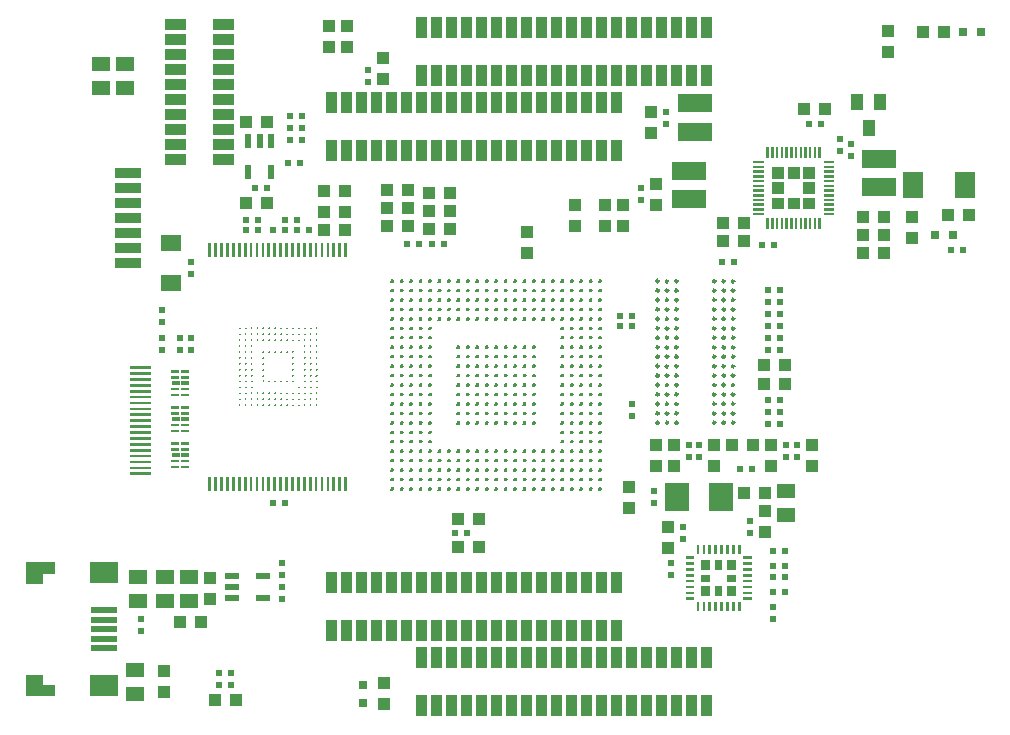
<source format=gbr>
%TF.GenerationSoftware,KiCad,Pcbnew,(6.0.1)*%
%TF.CreationDate,2022-06-22T14:46:01-03:00*%
%TF.ProjectId,A20-OLinuXino-Lime_Rev_I1,4132302d-4f4c-4696-9e75-58696e6f2d4c,rev?*%
%TF.SameCoordinates,Original*%
%TF.FileFunction,Paste,Top*%
%TF.FilePolarity,Positive*%
%FSLAX46Y46*%
G04 Gerber Fmt 4.6, Leading zero omitted, Abs format (unit mm)*
G04 Created by KiCad (PCBNEW (6.0.1)) date 2022-06-22 14:46:01*
%MOMM*%
%LPD*%
G01*
G04 APERTURE LIST*
%ADD10C,0.220000*%
%ADD11C,0.320000*%
%ADD12C,0.200000*%
%ADD13R,0.609600X0.584200*%
%ADD14R,0.584200X0.609600*%
%ADD15R,1.524000X1.270000*%
%ADD16R,1.016000X1.016000*%
%ADD17R,1.200000X0.550000*%
%ADD18R,3.000000X1.600000*%
%ADD19R,0.800000X0.800000*%
%ADD20R,0.775000X0.300000*%
%ADD21R,2.250000X0.500000*%
%ADD22R,2.200000X0.900000*%
%ADD23R,1.800000X1.400000*%
%ADD24R,1.778000X2.286000*%
%ADD25R,2.100000X2.400000*%
%ADD26R,1.000000X1.400000*%
%ADD27R,0.550000X1.200000*%
G04 APERTURE END LIST*
%TO.C,LCD_CON*%
G36*
X144436100Y-77161600D02*
G01*
X143536100Y-77161600D01*
X143536100Y-75361600D01*
X144436100Y-75361600D01*
X144436100Y-77161600D01*
G37*
G36*
X164756100Y-81225600D02*
G01*
X163856100Y-81225600D01*
X163856100Y-79425600D01*
X164756100Y-79425600D01*
X164756100Y-81225600D01*
G37*
G36*
X144436100Y-81225600D02*
G01*
X143536100Y-81225600D01*
X143536100Y-79425600D01*
X144436100Y-79425600D01*
X144436100Y-81225600D01*
G37*
G36*
X164756100Y-77161600D02*
G01*
X163856100Y-77161600D01*
X163856100Y-75361600D01*
X164756100Y-75361600D01*
X164756100Y-77161600D01*
G37*
G36*
X157136100Y-81225600D02*
G01*
X156236100Y-81225600D01*
X156236100Y-79425600D01*
X157136100Y-79425600D01*
X157136100Y-81225600D01*
G37*
G36*
X162216100Y-77161600D02*
G01*
X161316100Y-77161600D01*
X161316100Y-75361600D01*
X162216100Y-75361600D01*
X162216100Y-77161600D01*
G37*
G36*
X163486100Y-77161600D02*
G01*
X162586100Y-77161600D01*
X162586100Y-75361600D01*
X163486100Y-75361600D01*
X163486100Y-77161600D01*
G37*
G36*
X146976100Y-77161600D02*
G01*
X146076100Y-77161600D01*
X146076100Y-75361600D01*
X146976100Y-75361600D01*
X146976100Y-77161600D01*
G37*
G36*
X155866100Y-81225600D02*
G01*
X154966100Y-81225600D01*
X154966100Y-79425600D01*
X155866100Y-79425600D01*
X155866100Y-81225600D01*
G37*
G36*
X162216100Y-81225600D02*
G01*
X161316100Y-81225600D01*
X161316100Y-79425600D01*
X162216100Y-79425600D01*
X162216100Y-81225600D01*
G37*
G36*
X154596100Y-81225600D02*
G01*
X153696100Y-81225600D01*
X153696100Y-79425600D01*
X154596100Y-79425600D01*
X154596100Y-81225600D01*
G37*
G36*
X160946100Y-77161600D02*
G01*
X160046100Y-77161600D01*
X160046100Y-75361600D01*
X160946100Y-75361600D01*
X160946100Y-77161600D01*
G37*
G36*
X152056100Y-81225600D02*
G01*
X151156100Y-81225600D01*
X151156100Y-79425600D01*
X152056100Y-79425600D01*
X152056100Y-81225600D01*
G37*
G36*
X155866100Y-77161600D02*
G01*
X154966100Y-77161600D01*
X154966100Y-75361600D01*
X155866100Y-75361600D01*
X155866100Y-77161600D01*
G37*
G36*
X160946100Y-81225600D02*
G01*
X160046100Y-81225600D01*
X160046100Y-79425600D01*
X160946100Y-79425600D01*
X160946100Y-81225600D01*
G37*
G36*
X153326100Y-77161600D02*
G01*
X152426100Y-77161600D01*
X152426100Y-75361600D01*
X153326100Y-75361600D01*
X153326100Y-77161600D01*
G37*
G36*
X141896100Y-81225600D02*
G01*
X140996100Y-81225600D01*
X140996100Y-79425600D01*
X141896100Y-79425600D01*
X141896100Y-81225600D01*
G37*
G36*
X154596100Y-77161600D02*
G01*
X153696100Y-77161600D01*
X153696100Y-75361600D01*
X154596100Y-75361600D01*
X154596100Y-77161600D01*
G37*
G36*
X149516100Y-81225600D02*
G01*
X148616100Y-81225600D01*
X148616100Y-79425600D01*
X149516100Y-79425600D01*
X149516100Y-81225600D01*
G37*
G36*
X141896100Y-77161600D02*
G01*
X140996100Y-77161600D01*
X140996100Y-75361600D01*
X141896100Y-75361600D01*
X141896100Y-77161600D01*
G37*
G36*
X159676100Y-77161600D02*
G01*
X158776100Y-77161600D01*
X158776100Y-75361600D01*
X159676100Y-75361600D01*
X159676100Y-77161600D01*
G37*
G36*
X146976100Y-81225600D02*
G01*
X146076100Y-81225600D01*
X146076100Y-79425600D01*
X146976100Y-79425600D01*
X146976100Y-81225600D01*
G37*
G36*
X148246100Y-77161600D02*
G01*
X147346100Y-77161600D01*
X147346100Y-75361600D01*
X148246100Y-75361600D01*
X148246100Y-77161600D01*
G37*
G36*
X149516100Y-77161600D02*
G01*
X148616100Y-77161600D01*
X148616100Y-75361600D01*
X149516100Y-75361600D01*
X149516100Y-77161600D01*
G37*
G36*
X150786100Y-81225600D02*
G01*
X149886100Y-81225600D01*
X149886100Y-79425600D01*
X150786100Y-79425600D01*
X150786100Y-81225600D01*
G37*
G36*
X158406100Y-81225600D02*
G01*
X157506100Y-81225600D01*
X157506100Y-79425600D01*
X158406100Y-79425600D01*
X158406100Y-81225600D01*
G37*
G36*
X143166100Y-77161600D02*
G01*
X142266100Y-77161600D01*
X142266100Y-75361600D01*
X143166100Y-75361600D01*
X143166100Y-77161600D01*
G37*
G36*
X145706100Y-77161600D02*
G01*
X144806100Y-77161600D01*
X144806100Y-75361600D01*
X145706100Y-75361600D01*
X145706100Y-77161600D01*
G37*
G36*
X143166100Y-81225600D02*
G01*
X142266100Y-81225600D01*
X142266100Y-79425600D01*
X143166100Y-79425600D01*
X143166100Y-81225600D01*
G37*
G36*
X148246100Y-81225600D02*
G01*
X147346100Y-81225600D01*
X147346100Y-79425600D01*
X148246100Y-79425600D01*
X148246100Y-81225600D01*
G37*
G36*
X152056100Y-77161600D02*
G01*
X151156100Y-77161600D01*
X151156100Y-75361600D01*
X152056100Y-75361600D01*
X152056100Y-77161600D01*
G37*
G36*
X159676100Y-81225600D02*
G01*
X158776100Y-81225600D01*
X158776100Y-79425600D01*
X159676100Y-79425600D01*
X159676100Y-81225600D01*
G37*
G36*
X150786100Y-77161600D02*
G01*
X149886100Y-77161600D01*
X149886100Y-75361600D01*
X150786100Y-75361600D01*
X150786100Y-77161600D01*
G37*
G36*
X145706100Y-81225600D02*
G01*
X144806100Y-81225600D01*
X144806100Y-79425600D01*
X145706100Y-79425600D01*
X145706100Y-81225600D01*
G37*
G36*
X153326100Y-81225600D02*
G01*
X152426100Y-81225600D01*
X152426100Y-79425600D01*
X153326100Y-79425600D01*
X153326100Y-81225600D01*
G37*
G36*
X140626100Y-81225600D02*
G01*
X139726100Y-81225600D01*
X139726100Y-79425600D01*
X140626100Y-79425600D01*
X140626100Y-81225600D01*
G37*
G36*
X158406100Y-77161600D02*
G01*
X157506100Y-77161600D01*
X157506100Y-75361600D01*
X158406100Y-75361600D01*
X158406100Y-77161600D01*
G37*
G36*
X157136100Y-77161600D02*
G01*
X156236100Y-77161600D01*
X156236100Y-75361600D01*
X157136100Y-75361600D01*
X157136100Y-77161600D01*
G37*
G36*
X140626100Y-77161600D02*
G01*
X139726100Y-77161600D01*
X139726100Y-75361600D01*
X140626100Y-75361600D01*
X140626100Y-77161600D01*
G37*
G36*
X163486100Y-81225600D02*
G01*
X162586100Y-81225600D01*
X162586100Y-79425600D01*
X163486100Y-79425600D01*
X163486100Y-81225600D01*
G37*
D10*
%TO.C,U1*%
X161041100Y-108915600D02*
G75*
G03*
X161041100Y-108915600I-100000J0D01*
G01*
X165041100Y-106515600D02*
G75*
G03*
X165041100Y-106515600I-100000J0D01*
G01*
X166641100Y-106515600D02*
G75*
G03*
X166641100Y-106515600I-100000J0D01*
G01*
X161041100Y-100115600D02*
G75*
G03*
X161041100Y-100115600I-100000J0D01*
G01*
X166641100Y-105715600D02*
G75*
G03*
X166641100Y-105715600I-100000J0D01*
G01*
X161041100Y-101715600D02*
G75*
G03*
X161041100Y-101715600I-100000J0D01*
G01*
X165041100Y-100915600D02*
G75*
G03*
X165041100Y-100915600I-100000J0D01*
G01*
X160241100Y-109715600D02*
G75*
G03*
X160241100Y-109715600I-100000J0D01*
G01*
X166641100Y-109715600D02*
G75*
G03*
X166641100Y-109715600I-100000J0D01*
G01*
X165841100Y-98515600D02*
G75*
G03*
X165841100Y-98515600I-100000J0D01*
G01*
X161841100Y-102515600D02*
G75*
G03*
X161841100Y-102515600I-100000J0D01*
G01*
X160241100Y-104915600D02*
G75*
G03*
X160241100Y-104915600I-100000J0D01*
G01*
X161041100Y-103315600D02*
G75*
G03*
X161041100Y-103315600I-100000J0D01*
G01*
X161041100Y-104915600D02*
G75*
G03*
X161041100Y-104915600I-100000J0D01*
G01*
X161841100Y-101715600D02*
G75*
G03*
X161841100Y-101715600I-100000J0D01*
G01*
X165041100Y-109715600D02*
G75*
G03*
X165041100Y-109715600I-100000J0D01*
G01*
X165841100Y-102515600D02*
G75*
G03*
X165841100Y-102515600I-100000J0D01*
G01*
X166641100Y-102515600D02*
G75*
G03*
X166641100Y-102515600I-100000J0D01*
G01*
X161041100Y-100915600D02*
G75*
G03*
X161041100Y-100915600I-100000J0D01*
G01*
X161841100Y-105715600D02*
G75*
G03*
X161841100Y-105715600I-100000J0D01*
G01*
X160241100Y-103315600D02*
G75*
G03*
X160241100Y-103315600I-100000J0D01*
G01*
X161841100Y-107315600D02*
G75*
G03*
X161841100Y-107315600I-100000J0D01*
G01*
X161041100Y-97715600D02*
G75*
G03*
X161041100Y-97715600I-100000J0D01*
G01*
X165041100Y-97715600D02*
G75*
G03*
X165041100Y-97715600I-100000J0D01*
G01*
X166641100Y-103315600D02*
G75*
G03*
X166641100Y-103315600I-100000J0D01*
G01*
X161841100Y-97715600D02*
G75*
G03*
X161841100Y-97715600I-100000J0D01*
G01*
X165841100Y-107315600D02*
G75*
G03*
X165841100Y-107315600I-100000J0D01*
G01*
X165841100Y-109715600D02*
G75*
G03*
X165841100Y-109715600I-100000J0D01*
G01*
X161041100Y-109715600D02*
G75*
G03*
X161041100Y-109715600I-100000J0D01*
G01*
X166641100Y-107315600D02*
G75*
G03*
X166641100Y-107315600I-100000J0D01*
G01*
X160241100Y-107315600D02*
G75*
G03*
X160241100Y-107315600I-100000J0D01*
G01*
X161041100Y-106515600D02*
G75*
G03*
X161041100Y-106515600I-100000J0D01*
G01*
X161041100Y-102515600D02*
G75*
G03*
X161041100Y-102515600I-100000J0D01*
G01*
X166641100Y-97715600D02*
G75*
G03*
X166641100Y-97715600I-100000J0D01*
G01*
X161841100Y-100115600D02*
G75*
G03*
X161841100Y-100115600I-100000J0D01*
G01*
X165841100Y-99315600D02*
G75*
G03*
X165841100Y-99315600I-100000J0D01*
G01*
X166641100Y-99315600D02*
G75*
G03*
X166641100Y-99315600I-100000J0D01*
G01*
X161041100Y-98515600D02*
G75*
G03*
X161041100Y-98515600I-100000J0D01*
G01*
X161841100Y-108915600D02*
G75*
G03*
X161841100Y-108915600I-100000J0D01*
G01*
X166641100Y-108115600D02*
G75*
G03*
X166641100Y-108115600I-100000J0D01*
G01*
X161041100Y-99315600D02*
G75*
G03*
X161041100Y-99315600I-100000J0D01*
G01*
X165041100Y-104915600D02*
G75*
G03*
X165041100Y-104915600I-100000J0D01*
G01*
X160241100Y-100115600D02*
G75*
G03*
X160241100Y-100115600I-100000J0D01*
G01*
X166641100Y-108915600D02*
G75*
G03*
X166641100Y-108915600I-100000J0D01*
G01*
X165841100Y-105715600D02*
G75*
G03*
X165841100Y-105715600I-100000J0D01*
G01*
X166641100Y-100915600D02*
G75*
G03*
X166641100Y-100915600I-100000J0D01*
G01*
X166641100Y-104915600D02*
G75*
G03*
X166641100Y-104915600I-100000J0D01*
G01*
X165841100Y-100915600D02*
G75*
G03*
X165841100Y-100915600I-100000J0D01*
G01*
X166641100Y-101715600D02*
G75*
G03*
X166641100Y-101715600I-100000J0D01*
G01*
X166641100Y-98515600D02*
G75*
G03*
X166641100Y-98515600I-100000J0D01*
G01*
X165041100Y-104115600D02*
G75*
G03*
X165041100Y-104115600I-100000J0D01*
G01*
X166641100Y-100115600D02*
G75*
G03*
X166641100Y-100115600I-100000J0D01*
G01*
X165841100Y-97715600D02*
G75*
G03*
X165841100Y-97715600I-100000J0D01*
G01*
X161041100Y-107315600D02*
G75*
G03*
X161041100Y-107315600I-100000J0D01*
G01*
X165841100Y-101715600D02*
G75*
G03*
X165841100Y-101715600I-100000J0D01*
G01*
X161041100Y-108115600D02*
G75*
G03*
X161041100Y-108115600I-100000J0D01*
G01*
X165841100Y-103315600D02*
G75*
G03*
X165841100Y-103315600I-100000J0D01*
G01*
X160241100Y-98515600D02*
G75*
G03*
X160241100Y-98515600I-100000J0D01*
G01*
X160241100Y-102515600D02*
G75*
G03*
X160241100Y-102515600I-100000J0D01*
G01*
X161841100Y-104115600D02*
G75*
G03*
X161841100Y-104115600I-100000J0D01*
G01*
X165841100Y-106515600D02*
G75*
G03*
X165841100Y-106515600I-100000J0D01*
G01*
X165041100Y-98515600D02*
G75*
G03*
X165041100Y-98515600I-100000J0D01*
G01*
X161041100Y-105715600D02*
G75*
G03*
X161041100Y-105715600I-100000J0D01*
G01*
X165041100Y-99315600D02*
G75*
G03*
X165041100Y-99315600I-100000J0D01*
G01*
X165041100Y-107315600D02*
G75*
G03*
X165041100Y-107315600I-100000J0D01*
G01*
X161841100Y-100915600D02*
G75*
G03*
X161841100Y-100915600I-100000J0D01*
G01*
X165041100Y-101715600D02*
G75*
G03*
X165041100Y-101715600I-100000J0D01*
G01*
X161841100Y-99315600D02*
G75*
G03*
X161841100Y-99315600I-100000J0D01*
G01*
X165841100Y-108115600D02*
G75*
G03*
X165841100Y-108115600I-100000J0D01*
G01*
X161841100Y-109715600D02*
G75*
G03*
X161841100Y-109715600I-100000J0D01*
G01*
X165841100Y-108915600D02*
G75*
G03*
X165841100Y-108915600I-100000J0D01*
G01*
X160241100Y-108915600D02*
G75*
G03*
X160241100Y-108915600I-100000J0D01*
G01*
X165041100Y-105715600D02*
G75*
G03*
X165041100Y-105715600I-100000J0D01*
G01*
X161841100Y-108115600D02*
G75*
G03*
X161841100Y-108115600I-100000J0D01*
G01*
X160241100Y-106515600D02*
G75*
G03*
X160241100Y-106515600I-100000J0D01*
G01*
X166641100Y-104115600D02*
G75*
G03*
X166641100Y-104115600I-100000J0D01*
G01*
X161841100Y-98515600D02*
G75*
G03*
X161841100Y-98515600I-100000J0D01*
G01*
X160241100Y-99315600D02*
G75*
G03*
X160241100Y-99315600I-100000J0D01*
G01*
X160241100Y-100915600D02*
G75*
G03*
X160241100Y-100915600I-100000J0D01*
G01*
X161041100Y-104115600D02*
G75*
G03*
X161041100Y-104115600I-100000J0D01*
G01*
X161841100Y-103315600D02*
G75*
G03*
X161841100Y-103315600I-100000J0D01*
G01*
X165041100Y-103315600D02*
G75*
G03*
X165041100Y-103315600I-100000J0D01*
G01*
X165841100Y-104915600D02*
G75*
G03*
X165841100Y-104915600I-100000J0D01*
G01*
X160241100Y-97715600D02*
G75*
G03*
X160241100Y-97715600I-100000J0D01*
G01*
X160241100Y-104115600D02*
G75*
G03*
X160241100Y-104115600I-100000J0D01*
G01*
X165841100Y-104115600D02*
G75*
G03*
X165841100Y-104115600I-100000J0D01*
G01*
X161841100Y-104915600D02*
G75*
G03*
X161841100Y-104915600I-100000J0D01*
G01*
X165041100Y-108915600D02*
G75*
G03*
X165041100Y-108915600I-100000J0D01*
G01*
X160241100Y-108115600D02*
G75*
G03*
X160241100Y-108115600I-100000J0D01*
G01*
X165041100Y-108115600D02*
G75*
G03*
X165041100Y-108115600I-100000J0D01*
G01*
X161841100Y-106515600D02*
G75*
G03*
X161841100Y-106515600I-100000J0D01*
G01*
X160241100Y-101715600D02*
G75*
G03*
X160241100Y-101715600I-100000J0D01*
G01*
X165041100Y-100115600D02*
G75*
G03*
X165041100Y-100115600I-100000J0D01*
G01*
X160241100Y-105715600D02*
G75*
G03*
X160241100Y-105715600I-100000J0D01*
G01*
X165841100Y-100115600D02*
G75*
G03*
X165841100Y-100115600I-100000J0D01*
G01*
X165041100Y-102515600D02*
G75*
G03*
X165041100Y-102515600I-100000J0D01*
G01*
%TO.C,GPIO-2*%
G36*
X143166100Y-128215600D02*
G01*
X142266100Y-128215600D01*
X142266100Y-126415600D01*
X143166100Y-126415600D01*
X143166100Y-128215600D01*
G37*
G36*
X150786100Y-124151600D02*
G01*
X149886100Y-124151600D01*
X149886100Y-122351600D01*
X150786100Y-122351600D01*
X150786100Y-124151600D01*
G37*
G36*
X152056100Y-128215600D02*
G01*
X151156100Y-128215600D01*
X151156100Y-126415600D01*
X152056100Y-126415600D01*
X152056100Y-128215600D01*
G37*
G36*
X157136100Y-124151600D02*
G01*
X156236100Y-124151600D01*
X156236100Y-122351600D01*
X157136100Y-122351600D01*
X157136100Y-124151600D01*
G37*
G36*
X135546100Y-128215600D02*
G01*
X134646100Y-128215600D01*
X134646100Y-126415600D01*
X135546100Y-126415600D01*
X135546100Y-128215600D01*
G37*
G36*
X154596100Y-124151600D02*
G01*
X153696100Y-124151600D01*
X153696100Y-122351600D01*
X154596100Y-122351600D01*
X154596100Y-124151600D01*
G37*
G36*
X155866100Y-128215600D02*
G01*
X154966100Y-128215600D01*
X154966100Y-126415600D01*
X155866100Y-126415600D01*
X155866100Y-128215600D01*
G37*
G36*
X140626100Y-124151600D02*
G01*
X139726100Y-124151600D01*
X139726100Y-122351600D01*
X140626100Y-122351600D01*
X140626100Y-124151600D01*
G37*
G36*
X134276100Y-124151600D02*
G01*
X133376100Y-124151600D01*
X133376100Y-122351600D01*
X134276100Y-122351600D01*
X134276100Y-124151600D01*
G37*
G36*
X146976100Y-124151600D02*
G01*
X146076100Y-124151600D01*
X146076100Y-122351600D01*
X146976100Y-122351600D01*
X146976100Y-124151600D01*
G37*
G36*
X136816100Y-124151600D02*
G01*
X135916100Y-124151600D01*
X135916100Y-122351600D01*
X136816100Y-122351600D01*
X136816100Y-124151600D01*
G37*
G36*
X154596100Y-128215600D02*
G01*
X153696100Y-128215600D01*
X153696100Y-126415600D01*
X154596100Y-126415600D01*
X154596100Y-128215600D01*
G37*
G36*
X145706100Y-124151600D02*
G01*
X144806100Y-124151600D01*
X144806100Y-122351600D01*
X145706100Y-122351600D01*
X145706100Y-124151600D01*
G37*
G36*
X145706100Y-128215600D02*
G01*
X144806100Y-128215600D01*
X144806100Y-126415600D01*
X145706100Y-126415600D01*
X145706100Y-128215600D01*
G37*
G36*
X143166100Y-124151600D02*
G01*
X142266100Y-124151600D01*
X142266100Y-122351600D01*
X143166100Y-122351600D01*
X143166100Y-124151600D01*
G37*
G36*
X144436100Y-124151600D02*
G01*
X143536100Y-124151600D01*
X143536100Y-122351600D01*
X144436100Y-122351600D01*
X144436100Y-124151600D01*
G37*
G36*
X157136100Y-128215600D02*
G01*
X156236100Y-128215600D01*
X156236100Y-126415600D01*
X157136100Y-126415600D01*
X157136100Y-128215600D01*
G37*
G36*
X135546100Y-124151600D02*
G01*
X134646100Y-124151600D01*
X134646100Y-122351600D01*
X135546100Y-122351600D01*
X135546100Y-124151600D01*
G37*
G36*
X152056100Y-124151600D02*
G01*
X151156100Y-124151600D01*
X151156100Y-122351600D01*
X152056100Y-122351600D01*
X152056100Y-124151600D01*
G37*
G36*
X149516100Y-124151600D02*
G01*
X148616100Y-124151600D01*
X148616100Y-122351600D01*
X149516100Y-122351600D01*
X149516100Y-124151600D01*
G37*
G36*
X148246100Y-128215600D02*
G01*
X147346100Y-128215600D01*
X147346100Y-126415600D01*
X148246100Y-126415600D01*
X148246100Y-128215600D01*
G37*
G36*
X134276100Y-128215600D02*
G01*
X133376100Y-128215600D01*
X133376100Y-126415600D01*
X134276100Y-126415600D01*
X134276100Y-128215600D01*
G37*
G36*
X141896100Y-128215600D02*
G01*
X140996100Y-128215600D01*
X140996100Y-126415600D01*
X141896100Y-126415600D01*
X141896100Y-128215600D01*
G37*
G36*
X146976100Y-128215600D02*
G01*
X146076100Y-128215600D01*
X146076100Y-126415600D01*
X146976100Y-126415600D01*
X146976100Y-128215600D01*
G37*
G36*
X149516100Y-128215600D02*
G01*
X148616100Y-128215600D01*
X148616100Y-126415600D01*
X149516100Y-126415600D01*
X149516100Y-128215600D01*
G37*
G36*
X144436100Y-128215600D02*
G01*
X143536100Y-128215600D01*
X143536100Y-126415600D01*
X144436100Y-126415600D01*
X144436100Y-128215600D01*
G37*
G36*
X138086100Y-124151600D02*
G01*
X137186100Y-124151600D01*
X137186100Y-122351600D01*
X138086100Y-122351600D01*
X138086100Y-124151600D01*
G37*
G36*
X153326100Y-128215600D02*
G01*
X152426100Y-128215600D01*
X152426100Y-126415600D01*
X153326100Y-126415600D01*
X153326100Y-128215600D01*
G37*
G36*
X153326100Y-124151600D02*
G01*
X152426100Y-124151600D01*
X152426100Y-122351600D01*
X153326100Y-122351600D01*
X153326100Y-124151600D01*
G37*
G36*
X148246100Y-124151600D02*
G01*
X147346100Y-124151600D01*
X147346100Y-122351600D01*
X148246100Y-122351600D01*
X148246100Y-124151600D01*
G37*
G36*
X136816100Y-128215600D02*
G01*
X135916100Y-128215600D01*
X135916100Y-126415600D01*
X136816100Y-126415600D01*
X136816100Y-128215600D01*
G37*
G36*
X155866100Y-124151600D02*
G01*
X154966100Y-124151600D01*
X154966100Y-122351600D01*
X155866100Y-122351600D01*
X155866100Y-124151600D01*
G37*
G36*
X133006100Y-128215600D02*
G01*
X132106100Y-128215600D01*
X132106100Y-126415600D01*
X133006100Y-126415600D01*
X133006100Y-128215600D01*
G37*
G36*
X139356100Y-124151600D02*
G01*
X138456100Y-124151600D01*
X138456100Y-122351600D01*
X139356100Y-122351600D01*
X139356100Y-124151600D01*
G37*
G36*
X139356100Y-128215600D02*
G01*
X138456100Y-128215600D01*
X138456100Y-126415600D01*
X139356100Y-126415600D01*
X139356100Y-128215600D01*
G37*
G36*
X133006100Y-124151600D02*
G01*
X132106100Y-124151600D01*
X132106100Y-122351600D01*
X133006100Y-122351600D01*
X133006100Y-124151600D01*
G37*
G36*
X138086100Y-128215600D02*
G01*
X137186100Y-128215600D01*
X137186100Y-126415600D01*
X138086100Y-126415600D01*
X138086100Y-128215600D01*
G37*
G36*
X141896100Y-124151600D02*
G01*
X140996100Y-124151600D01*
X140996100Y-122351600D01*
X141896100Y-122351600D01*
X141896100Y-124151600D01*
G37*
G36*
X150786100Y-128215600D02*
G01*
X149886100Y-128215600D01*
X149886100Y-126415600D01*
X150786100Y-126415600D01*
X150786100Y-128215600D01*
G37*
G36*
X140626100Y-128215600D02*
G01*
X139726100Y-128215600D01*
X139726100Y-126415600D01*
X140626100Y-126415600D01*
X140626100Y-128215600D01*
G37*
D11*
%TO.C,U7*%
X146491100Y-114515600D02*
G75*
G03*
X146491100Y-114515600I-50000J0D01*
G01*
X140891100Y-115315600D02*
G75*
G03*
X140891100Y-115315600I-50000J0D01*
G01*
X145691100Y-104915600D02*
G75*
G03*
X145691100Y-104915600I-50000J0D01*
G01*
X149691100Y-103315600D02*
G75*
G03*
X149691100Y-103315600I-50000J0D01*
G01*
X147291100Y-106515600D02*
G75*
G03*
X147291100Y-106515600I-50000J0D01*
G01*
X150491100Y-99315600D02*
G75*
G03*
X150491100Y-99315600I-50000J0D01*
G01*
X140891100Y-102515600D02*
G75*
G03*
X140891100Y-102515600I-50000J0D01*
G01*
X148891100Y-108915600D02*
G75*
G03*
X148891100Y-108915600I-50000J0D01*
G01*
X145691100Y-113715600D02*
G75*
G03*
X145691100Y-113715600I-50000J0D01*
G01*
X148091100Y-115315600D02*
G75*
G03*
X148091100Y-115315600I-50000J0D01*
G01*
X147291100Y-103315600D02*
G75*
G03*
X147291100Y-103315600I-50000J0D01*
G01*
X148091100Y-109715600D02*
G75*
G03*
X148091100Y-109715600I-50000J0D01*
G01*
X147291100Y-99315600D02*
G75*
G03*
X147291100Y-99315600I-50000J0D01*
G01*
X140891100Y-114515600D02*
G75*
G03*
X140891100Y-114515600I-50000J0D01*
G01*
X152891100Y-114515600D02*
G75*
G03*
X152891100Y-114515600I-50000J0D01*
G01*
X140091100Y-109715600D02*
G75*
G03*
X140091100Y-109715600I-50000J0D01*
G01*
X138491100Y-111315600D02*
G75*
G03*
X138491100Y-111315600I-50000J0D01*
G01*
X139291100Y-111315600D02*
G75*
G03*
X139291100Y-111315600I-50000J0D01*
G01*
X139291100Y-112915600D02*
G75*
G03*
X139291100Y-112915600I-50000J0D01*
G01*
X140091100Y-102515600D02*
G75*
G03*
X140091100Y-102515600I-50000J0D01*
G01*
X137691100Y-101715600D02*
G75*
G03*
X137691100Y-101715600I-50000J0D01*
G01*
X140091100Y-114515600D02*
G75*
G03*
X140091100Y-114515600I-50000J0D01*
G01*
X155291100Y-109715600D02*
G75*
G03*
X155291100Y-109715600I-50000J0D01*
G01*
X148091100Y-97715600D02*
G75*
G03*
X148091100Y-97715600I-50000J0D01*
G01*
X150491100Y-112115600D02*
G75*
G03*
X150491100Y-112115600I-50000J0D01*
G01*
X144091100Y-107315600D02*
G75*
G03*
X144091100Y-107315600I-50000J0D01*
G01*
X140091100Y-108915600D02*
G75*
G03*
X140091100Y-108915600I-50000J0D01*
G01*
X151291100Y-100115600D02*
G75*
G03*
X151291100Y-100115600I-50000J0D01*
G01*
X153691100Y-113715600D02*
G75*
G03*
X153691100Y-113715600I-50000J0D01*
G01*
X154491100Y-100115600D02*
G75*
G03*
X154491100Y-100115600I-50000J0D01*
G01*
X152091100Y-107315600D02*
G75*
G03*
X152091100Y-107315600I-50000J0D01*
G01*
X149691100Y-108115600D02*
G75*
G03*
X149691100Y-108115600I-50000J0D01*
G01*
X139291100Y-100115600D02*
G75*
G03*
X139291100Y-100115600I-50000J0D01*
G01*
X146491100Y-115315600D02*
G75*
G03*
X146491100Y-115315600I-50000J0D01*
G01*
X144091100Y-105715600D02*
G75*
G03*
X144091100Y-105715600I-50000J0D01*
G01*
X137691100Y-110515600D02*
G75*
G03*
X137691100Y-110515600I-50000J0D01*
G01*
X147291100Y-104115600D02*
G75*
G03*
X147291100Y-104115600I-50000J0D01*
G01*
X155291100Y-110515600D02*
G75*
G03*
X155291100Y-110515600I-50000J0D01*
G01*
X155291100Y-103315600D02*
G75*
G03*
X155291100Y-103315600I-50000J0D01*
G01*
X144091100Y-100915600D02*
G75*
G03*
X144091100Y-100915600I-50000J0D01*
G01*
X137691100Y-112115600D02*
G75*
G03*
X137691100Y-112115600I-50000J0D01*
G01*
X146491100Y-97715600D02*
G75*
G03*
X146491100Y-97715600I-50000J0D01*
G01*
X146491100Y-109715600D02*
G75*
G03*
X146491100Y-109715600I-50000J0D01*
G01*
X144891100Y-108915600D02*
G75*
G03*
X144891100Y-108915600I-50000J0D01*
G01*
X141691100Y-99315600D02*
G75*
G03*
X141691100Y-99315600I-50000J0D01*
G01*
X142491100Y-98515600D02*
G75*
G03*
X142491100Y-98515600I-50000J0D01*
G01*
X149691100Y-112115600D02*
G75*
G03*
X149691100Y-112115600I-50000J0D01*
G01*
X149691100Y-104115600D02*
G75*
G03*
X149691100Y-104115600I-50000J0D01*
G01*
X152891100Y-113715600D02*
G75*
G03*
X152891100Y-113715600I-50000J0D01*
G01*
X148091100Y-104115600D02*
G75*
G03*
X148091100Y-104115600I-50000J0D01*
G01*
X153691100Y-110515600D02*
G75*
G03*
X153691100Y-110515600I-50000J0D01*
G01*
X137691100Y-108915600D02*
G75*
G03*
X137691100Y-108915600I-50000J0D01*
G01*
X143291100Y-105715600D02*
G75*
G03*
X143291100Y-105715600I-50000J0D01*
G01*
X154491100Y-102515600D02*
G75*
G03*
X154491100Y-102515600I-50000J0D01*
G01*
X145691100Y-100915600D02*
G75*
G03*
X145691100Y-100915600I-50000J0D01*
G01*
X140891100Y-104915600D02*
G75*
G03*
X140891100Y-104915600I-50000J0D01*
G01*
X140091100Y-98515600D02*
G75*
G03*
X140091100Y-98515600I-50000J0D01*
G01*
X148091100Y-112915600D02*
G75*
G03*
X148091100Y-112915600I-50000J0D01*
G01*
X152891100Y-104115600D02*
G75*
G03*
X152891100Y-104115600I-50000J0D01*
G01*
X138491100Y-108115600D02*
G75*
G03*
X138491100Y-108115600I-50000J0D01*
G01*
X140091100Y-115315600D02*
G75*
G03*
X140091100Y-115315600I-50000J0D01*
G01*
X150491100Y-114515600D02*
G75*
G03*
X150491100Y-114515600I-50000J0D01*
G01*
X141691100Y-100115600D02*
G75*
G03*
X141691100Y-100115600I-50000J0D01*
G01*
X144091100Y-115315600D02*
G75*
G03*
X144091100Y-115315600I-50000J0D01*
G01*
X145691100Y-103315600D02*
G75*
G03*
X145691100Y-103315600I-50000J0D01*
G01*
X151291100Y-115315600D02*
G75*
G03*
X151291100Y-115315600I-50000J0D01*
G01*
X153691100Y-114515600D02*
G75*
G03*
X153691100Y-114515600I-50000J0D01*
G01*
X139291100Y-107315600D02*
G75*
G03*
X139291100Y-107315600I-50000J0D01*
G01*
X137691100Y-114515600D02*
G75*
G03*
X137691100Y-114515600I-50000J0D01*
G01*
X151291100Y-97715600D02*
G75*
G03*
X151291100Y-97715600I-50000J0D01*
G01*
X141691100Y-97715600D02*
G75*
G03*
X141691100Y-97715600I-50000J0D01*
G01*
X147291100Y-105715600D02*
G75*
G03*
X147291100Y-105715600I-50000J0D01*
G01*
X152091100Y-111315600D02*
G75*
G03*
X152091100Y-111315600I-50000J0D01*
G01*
X144091100Y-113715600D02*
G75*
G03*
X144091100Y-113715600I-50000J0D01*
G01*
X146491100Y-100115600D02*
G75*
G03*
X146491100Y-100115600I-50000J0D01*
G01*
X144091100Y-103315600D02*
G75*
G03*
X144091100Y-103315600I-50000J0D01*
G01*
X142491100Y-97715600D02*
G75*
G03*
X142491100Y-97715600I-50000J0D01*
G01*
X154491100Y-98515600D02*
G75*
G03*
X154491100Y-98515600I-50000J0D01*
G01*
X148891100Y-105715600D02*
G75*
G03*
X148891100Y-105715600I-50000J0D01*
G01*
X148091100Y-106515600D02*
G75*
G03*
X148091100Y-106515600I-50000J0D01*
G01*
X153691100Y-105715600D02*
G75*
G03*
X153691100Y-105715600I-50000J0D01*
G01*
X148891100Y-114515600D02*
G75*
G03*
X148891100Y-114515600I-50000J0D01*
G01*
X153691100Y-109715600D02*
G75*
G03*
X153691100Y-109715600I-50000J0D01*
G01*
X145691100Y-115315600D02*
G75*
G03*
X145691100Y-115315600I-50000J0D01*
G01*
X149691100Y-115315600D02*
G75*
G03*
X149691100Y-115315600I-50000J0D01*
G01*
X152091100Y-98515600D02*
G75*
G03*
X152091100Y-98515600I-50000J0D01*
G01*
X151291100Y-112915600D02*
G75*
G03*
X151291100Y-112915600I-50000J0D01*
G01*
X147291100Y-109715600D02*
G75*
G03*
X147291100Y-109715600I-50000J0D01*
G01*
X141691100Y-115315600D02*
G75*
G03*
X141691100Y-115315600I-50000J0D01*
G01*
X144891100Y-105715600D02*
G75*
G03*
X144891100Y-105715600I-50000J0D01*
G01*
X148091100Y-108115600D02*
G75*
G03*
X148091100Y-108115600I-50000J0D01*
G01*
X140091100Y-106515600D02*
G75*
G03*
X140091100Y-106515600I-50000J0D01*
G01*
X145691100Y-114515600D02*
G75*
G03*
X145691100Y-114515600I-50000J0D01*
G01*
X139291100Y-112115600D02*
G75*
G03*
X139291100Y-112115600I-50000J0D01*
G01*
X140091100Y-112115600D02*
G75*
G03*
X140091100Y-112115600I-50000J0D01*
G01*
X143291100Y-100915600D02*
G75*
G03*
X143291100Y-100915600I-50000J0D01*
G01*
X151291100Y-113715600D02*
G75*
G03*
X151291100Y-113715600I-50000J0D01*
G01*
X152091100Y-115315600D02*
G75*
G03*
X152091100Y-115315600I-50000J0D01*
G01*
X148091100Y-114515600D02*
G75*
G03*
X148091100Y-114515600I-50000J0D01*
G01*
X140891100Y-113715600D02*
G75*
G03*
X140891100Y-113715600I-50000J0D01*
G01*
X151291100Y-98515600D02*
G75*
G03*
X151291100Y-98515600I-50000J0D01*
G01*
X140091100Y-107315600D02*
G75*
G03*
X140091100Y-107315600I-50000J0D01*
G01*
X148091100Y-98515600D02*
G75*
G03*
X148091100Y-98515600I-50000J0D01*
G01*
X149691100Y-100915600D02*
G75*
G03*
X149691100Y-100915600I-50000J0D01*
G01*
X144091100Y-108115600D02*
G75*
G03*
X144091100Y-108115600I-50000J0D01*
G01*
X137691100Y-112915600D02*
G75*
G03*
X137691100Y-112915600I-50000J0D01*
G01*
X139291100Y-100915600D02*
G75*
G03*
X139291100Y-100915600I-50000J0D01*
G01*
X137691100Y-113715600D02*
G75*
G03*
X137691100Y-113715600I-50000J0D01*
G01*
X139291100Y-106515600D02*
G75*
G03*
X139291100Y-106515600I-50000J0D01*
G01*
X140091100Y-97715600D02*
G75*
G03*
X140091100Y-97715600I-50000J0D01*
G01*
X149691100Y-106515600D02*
G75*
G03*
X149691100Y-106515600I-50000J0D01*
G01*
X148891100Y-109715600D02*
G75*
G03*
X148891100Y-109715600I-50000J0D01*
G01*
X148891100Y-106515600D02*
G75*
G03*
X148891100Y-106515600I-50000J0D01*
G01*
X148091100Y-100115600D02*
G75*
G03*
X148091100Y-100115600I-50000J0D01*
G01*
X147291100Y-100115600D02*
G75*
G03*
X147291100Y-100115600I-50000J0D01*
G01*
X143291100Y-109715600D02*
G75*
G03*
X143291100Y-109715600I-50000J0D01*
G01*
X149691100Y-99315600D02*
G75*
G03*
X149691100Y-99315600I-50000J0D01*
G01*
X140891100Y-108115600D02*
G75*
G03*
X140891100Y-108115600I-50000J0D01*
G01*
X140091100Y-110515600D02*
G75*
G03*
X140091100Y-110515600I-50000J0D01*
G01*
X154491100Y-100915600D02*
G75*
G03*
X154491100Y-100915600I-50000J0D01*
G01*
X153691100Y-103315600D02*
G75*
G03*
X153691100Y-103315600I-50000J0D01*
G01*
X140891100Y-103315600D02*
G75*
G03*
X140891100Y-103315600I-50000J0D01*
G01*
X140091100Y-100115600D02*
G75*
G03*
X140091100Y-100115600I-50000J0D01*
G01*
X152891100Y-99315600D02*
G75*
G03*
X152891100Y-99315600I-50000J0D01*
G01*
X143291100Y-98515600D02*
G75*
G03*
X143291100Y-98515600I-50000J0D01*
G01*
X138491100Y-113715600D02*
G75*
G03*
X138491100Y-113715600I-50000J0D01*
G01*
X137691100Y-104915600D02*
G75*
G03*
X137691100Y-104915600I-50000J0D01*
G01*
X142491100Y-112915600D02*
G75*
G03*
X142491100Y-112915600I-50000J0D01*
G01*
X145691100Y-112915600D02*
G75*
G03*
X145691100Y-112915600I-50000J0D01*
G01*
X140091100Y-104915600D02*
G75*
G03*
X140091100Y-104915600I-50000J0D01*
G01*
X144891100Y-104115600D02*
G75*
G03*
X144891100Y-104115600I-50000J0D01*
G01*
X143291100Y-100115600D02*
G75*
G03*
X143291100Y-100115600I-50000J0D01*
G01*
X153691100Y-108115600D02*
G75*
G03*
X153691100Y-108115600I-50000J0D01*
G01*
X145691100Y-107315600D02*
G75*
G03*
X145691100Y-107315600I-50000J0D01*
G01*
X146491100Y-107315600D02*
G75*
G03*
X146491100Y-107315600I-50000J0D01*
G01*
X140891100Y-100115600D02*
G75*
G03*
X140891100Y-100115600I-50000J0D01*
G01*
X142491100Y-112115600D02*
G75*
G03*
X142491100Y-112115600I-50000J0D01*
G01*
X138491100Y-114515600D02*
G75*
G03*
X138491100Y-114515600I-50000J0D01*
G01*
X144891100Y-103315600D02*
G75*
G03*
X144891100Y-103315600I-50000J0D01*
G01*
X151291100Y-114515600D02*
G75*
G03*
X151291100Y-114515600I-50000J0D01*
G01*
X148891100Y-113715600D02*
G75*
G03*
X148891100Y-113715600I-50000J0D01*
G01*
X138491100Y-97715600D02*
G75*
G03*
X138491100Y-97715600I-50000J0D01*
G01*
X144091100Y-100115600D02*
G75*
G03*
X144091100Y-100115600I-50000J0D01*
G01*
X140891100Y-97715600D02*
G75*
G03*
X140891100Y-97715600I-50000J0D01*
G01*
X138491100Y-108915600D02*
G75*
G03*
X138491100Y-108915600I-50000J0D01*
G01*
X140891100Y-111315600D02*
G75*
G03*
X140891100Y-111315600I-50000J0D01*
G01*
X141691100Y-98515600D02*
G75*
G03*
X141691100Y-98515600I-50000J0D01*
G01*
X139291100Y-102515600D02*
G75*
G03*
X139291100Y-102515600I-50000J0D01*
G01*
X149691100Y-114515600D02*
G75*
G03*
X149691100Y-114515600I-50000J0D01*
G01*
X146491100Y-105715600D02*
G75*
G03*
X146491100Y-105715600I-50000J0D01*
G01*
X144091100Y-104115600D02*
G75*
G03*
X144091100Y-104115600I-50000J0D01*
G01*
X140091100Y-105715600D02*
G75*
G03*
X140091100Y-105715600I-50000J0D01*
G01*
X138491100Y-102515600D02*
G75*
G03*
X138491100Y-102515600I-50000J0D01*
G01*
X144891100Y-108115600D02*
G75*
G03*
X144891100Y-108115600I-50000J0D01*
G01*
X145691100Y-99315600D02*
G75*
G03*
X145691100Y-99315600I-50000J0D01*
G01*
X144091100Y-112915600D02*
G75*
G03*
X144091100Y-112915600I-50000J0D01*
G01*
X155291100Y-100115600D02*
G75*
G03*
X155291100Y-100115600I-50000J0D01*
G01*
X146491100Y-112115600D02*
G75*
G03*
X146491100Y-112115600I-50000J0D01*
G01*
X138491100Y-103315600D02*
G75*
G03*
X138491100Y-103315600I-50000J0D01*
G01*
X140891100Y-112115600D02*
G75*
G03*
X140891100Y-112115600I-50000J0D01*
G01*
X140091100Y-104115600D02*
G75*
G03*
X140091100Y-104115600I-50000J0D01*
G01*
X144091100Y-98515600D02*
G75*
G03*
X144091100Y-98515600I-50000J0D01*
G01*
X153691100Y-102515600D02*
G75*
G03*
X153691100Y-102515600I-50000J0D01*
G01*
X152091100Y-103315600D02*
G75*
G03*
X152091100Y-103315600I-50000J0D01*
G01*
X155291100Y-115315600D02*
G75*
G03*
X155291100Y-115315600I-50000J0D01*
G01*
X152091100Y-97715600D02*
G75*
G03*
X152091100Y-97715600I-50000J0D01*
G01*
X147291100Y-114515600D02*
G75*
G03*
X147291100Y-114515600I-50000J0D01*
G01*
X145691100Y-98515600D02*
G75*
G03*
X145691100Y-98515600I-50000J0D01*
G01*
X145691100Y-112115600D02*
G75*
G03*
X145691100Y-112115600I-50000J0D01*
G01*
X138491100Y-105715600D02*
G75*
G03*
X138491100Y-105715600I-50000J0D01*
G01*
X143291100Y-108115600D02*
G75*
G03*
X143291100Y-108115600I-50000J0D01*
G01*
X144891100Y-98515600D02*
G75*
G03*
X144891100Y-98515600I-50000J0D01*
G01*
X140891100Y-108915600D02*
G75*
G03*
X140891100Y-108915600I-50000J0D01*
G01*
X152891100Y-112915600D02*
G75*
G03*
X152891100Y-112915600I-50000J0D01*
G01*
X137691100Y-106515600D02*
G75*
G03*
X137691100Y-106515600I-50000J0D01*
G01*
X148891100Y-108115600D02*
G75*
G03*
X148891100Y-108115600I-50000J0D01*
G01*
X139291100Y-115315600D02*
G75*
G03*
X139291100Y-115315600I-50000J0D01*
G01*
X138491100Y-99315600D02*
G75*
G03*
X138491100Y-99315600I-50000J0D01*
G01*
X155291100Y-108915600D02*
G75*
G03*
X155291100Y-108915600I-50000J0D01*
G01*
X144891100Y-99315600D02*
G75*
G03*
X144891100Y-99315600I-50000J0D01*
G01*
X152891100Y-109715600D02*
G75*
G03*
X152891100Y-109715600I-50000J0D01*
G01*
X154491100Y-108915600D02*
G75*
G03*
X154491100Y-108915600I-50000J0D01*
G01*
X137691100Y-115315600D02*
G75*
G03*
X137691100Y-115315600I-50000J0D01*
G01*
X138491100Y-115315600D02*
G75*
G03*
X138491100Y-115315600I-50000J0D01*
G01*
X151291100Y-100915600D02*
G75*
G03*
X151291100Y-100915600I-50000J0D01*
G01*
X146491100Y-106515600D02*
G75*
G03*
X146491100Y-106515600I-50000J0D01*
G01*
X144891100Y-109715600D02*
G75*
G03*
X144891100Y-109715600I-50000J0D01*
G01*
X152091100Y-108115600D02*
G75*
G03*
X152091100Y-108115600I-50000J0D01*
G01*
X155291100Y-104115600D02*
G75*
G03*
X155291100Y-104115600I-50000J0D01*
G01*
X147291100Y-100915600D02*
G75*
G03*
X147291100Y-100915600I-50000J0D01*
G01*
X145691100Y-108115600D02*
G75*
G03*
X145691100Y-108115600I-50000J0D01*
G01*
X148891100Y-97715600D02*
G75*
G03*
X148891100Y-97715600I-50000J0D01*
G01*
X143291100Y-107315600D02*
G75*
G03*
X143291100Y-107315600I-50000J0D01*
G01*
X152891100Y-100915600D02*
G75*
G03*
X152891100Y-100915600I-50000J0D01*
G01*
X155291100Y-112115600D02*
G75*
G03*
X155291100Y-112115600I-50000J0D01*
G01*
X146491100Y-108915600D02*
G75*
G03*
X146491100Y-108915600I-50000J0D01*
G01*
X148891100Y-98515600D02*
G75*
G03*
X148891100Y-98515600I-50000J0D01*
G01*
X143291100Y-108915600D02*
G75*
G03*
X143291100Y-108915600I-50000J0D01*
G01*
X154491100Y-105715600D02*
G75*
G03*
X154491100Y-105715600I-50000J0D01*
G01*
X154491100Y-104915600D02*
G75*
G03*
X154491100Y-104915600I-50000J0D01*
G01*
X137691100Y-100915600D02*
G75*
G03*
X137691100Y-100915600I-50000J0D01*
G01*
X155291100Y-106515600D02*
G75*
G03*
X155291100Y-106515600I-50000J0D01*
G01*
X148091100Y-107315600D02*
G75*
G03*
X148091100Y-107315600I-50000J0D01*
G01*
X140891100Y-106515600D02*
G75*
G03*
X140891100Y-106515600I-50000J0D01*
G01*
X152891100Y-110515600D02*
G75*
G03*
X152891100Y-110515600I-50000J0D01*
G01*
X140091100Y-108115600D02*
G75*
G03*
X140091100Y-108115600I-50000J0D01*
G01*
X152891100Y-108115600D02*
G75*
G03*
X152891100Y-108115600I-50000J0D01*
G01*
X138491100Y-112915600D02*
G75*
G03*
X138491100Y-112915600I-50000J0D01*
G01*
X137691100Y-103315600D02*
G75*
G03*
X137691100Y-103315600I-50000J0D01*
G01*
X152091100Y-105715600D02*
G75*
G03*
X152091100Y-105715600I-50000J0D01*
G01*
X146491100Y-112915600D02*
G75*
G03*
X146491100Y-112915600I-50000J0D01*
G01*
X152891100Y-102515600D02*
G75*
G03*
X152891100Y-102515600I-50000J0D01*
G01*
X152891100Y-112115600D02*
G75*
G03*
X152891100Y-112115600I-50000J0D01*
G01*
X147291100Y-107315600D02*
G75*
G03*
X147291100Y-107315600I-50000J0D01*
G01*
X152091100Y-112115600D02*
G75*
G03*
X152091100Y-112115600I-50000J0D01*
G01*
X152091100Y-112915600D02*
G75*
G03*
X152091100Y-112915600I-50000J0D01*
G01*
X142491100Y-115315600D02*
G75*
G03*
X142491100Y-115315600I-50000J0D01*
G01*
X153691100Y-111315600D02*
G75*
G03*
X153691100Y-111315600I-50000J0D01*
G01*
X142491100Y-99315600D02*
G75*
G03*
X142491100Y-99315600I-50000J0D01*
G01*
X153691100Y-107315600D02*
G75*
G03*
X153691100Y-107315600I-50000J0D01*
G01*
X139291100Y-108915600D02*
G75*
G03*
X139291100Y-108915600I-50000J0D01*
G01*
X155291100Y-111315600D02*
G75*
G03*
X155291100Y-111315600I-50000J0D01*
G01*
X140891100Y-107315600D02*
G75*
G03*
X140891100Y-107315600I-50000J0D01*
G01*
X138491100Y-109715600D02*
G75*
G03*
X138491100Y-109715600I-50000J0D01*
G01*
X143291100Y-103315600D02*
G75*
G03*
X143291100Y-103315600I-50000J0D01*
G01*
X155291100Y-112915600D02*
G75*
G03*
X155291100Y-112915600I-50000J0D01*
G01*
X152091100Y-100915600D02*
G75*
G03*
X152091100Y-100915600I-50000J0D01*
G01*
X141691100Y-112915600D02*
G75*
G03*
X141691100Y-112915600I-50000J0D01*
G01*
X154491100Y-111315600D02*
G75*
G03*
X154491100Y-111315600I-50000J0D01*
G01*
X155291100Y-113715600D02*
G75*
G03*
X155291100Y-113715600I-50000J0D01*
G01*
X141691100Y-114515600D02*
G75*
G03*
X141691100Y-114515600I-50000J0D01*
G01*
X145691100Y-97715600D02*
G75*
G03*
X145691100Y-97715600I-50000J0D01*
G01*
X137691100Y-111315600D02*
G75*
G03*
X137691100Y-111315600I-50000J0D01*
G01*
X152891100Y-101715600D02*
G75*
G03*
X152891100Y-101715600I-50000J0D01*
G01*
X138491100Y-112115600D02*
G75*
G03*
X138491100Y-112115600I-50000J0D01*
G01*
X153691100Y-112115600D02*
G75*
G03*
X153691100Y-112115600I-50000J0D01*
G01*
X139291100Y-103315600D02*
G75*
G03*
X139291100Y-103315600I-50000J0D01*
G01*
X137691100Y-104115600D02*
G75*
G03*
X137691100Y-104115600I-50000J0D01*
G01*
X152091100Y-114515600D02*
G75*
G03*
X152091100Y-114515600I-50000J0D01*
G01*
X147291100Y-115315600D02*
G75*
G03*
X147291100Y-115315600I-50000J0D01*
G01*
X140891100Y-98515600D02*
G75*
G03*
X140891100Y-98515600I-50000J0D01*
G01*
X140091100Y-101715600D02*
G75*
G03*
X140091100Y-101715600I-50000J0D01*
G01*
X152891100Y-115315600D02*
G75*
G03*
X152891100Y-115315600I-50000J0D01*
G01*
X153691100Y-106515600D02*
G75*
G03*
X153691100Y-106515600I-50000J0D01*
G01*
X137691100Y-108115600D02*
G75*
G03*
X137691100Y-108115600I-50000J0D01*
G01*
X152891100Y-105715600D02*
G75*
G03*
X152891100Y-105715600I-50000J0D01*
G01*
X140891100Y-99315600D02*
G75*
G03*
X140891100Y-99315600I-50000J0D01*
G01*
X153691100Y-104115600D02*
G75*
G03*
X153691100Y-104115600I-50000J0D01*
G01*
X137691100Y-107315600D02*
G75*
G03*
X137691100Y-107315600I-50000J0D01*
G01*
X152891100Y-106515600D02*
G75*
G03*
X152891100Y-106515600I-50000J0D01*
G01*
X152091100Y-104115600D02*
G75*
G03*
X152091100Y-104115600I-50000J0D01*
G01*
X153691100Y-97715600D02*
G75*
G03*
X153691100Y-97715600I-50000J0D01*
G01*
X148891100Y-99315600D02*
G75*
G03*
X148891100Y-99315600I-50000J0D01*
G01*
X146491100Y-98515600D02*
G75*
G03*
X146491100Y-98515600I-50000J0D01*
G01*
X139291100Y-104115600D02*
G75*
G03*
X139291100Y-104115600I-50000J0D01*
G01*
X144091100Y-99315600D02*
G75*
G03*
X144091100Y-99315600I-50000J0D01*
G01*
X150491100Y-113715600D02*
G75*
G03*
X150491100Y-113715600I-50000J0D01*
G01*
X152091100Y-101715600D02*
G75*
G03*
X152091100Y-101715600I-50000J0D01*
G01*
X148891100Y-112115600D02*
G75*
G03*
X148891100Y-112115600I-50000J0D01*
G01*
X155291100Y-97715600D02*
G75*
G03*
X155291100Y-97715600I-50000J0D01*
G01*
X149691100Y-107315600D02*
G75*
G03*
X149691100Y-107315600I-50000J0D01*
G01*
X139291100Y-105715600D02*
G75*
G03*
X139291100Y-105715600I-50000J0D01*
G01*
X152091100Y-113715600D02*
G75*
G03*
X152091100Y-113715600I-50000J0D01*
G01*
X144891100Y-104915600D02*
G75*
G03*
X144891100Y-104915600I-50000J0D01*
G01*
X141691100Y-113715600D02*
G75*
G03*
X141691100Y-113715600I-50000J0D01*
G01*
X148091100Y-103315600D02*
G75*
G03*
X148091100Y-103315600I-50000J0D01*
G01*
X137691100Y-105715600D02*
G75*
G03*
X137691100Y-105715600I-50000J0D01*
G01*
X152891100Y-98515600D02*
G75*
G03*
X152891100Y-98515600I-50000J0D01*
G01*
X143291100Y-112915600D02*
G75*
G03*
X143291100Y-112915600I-50000J0D01*
G01*
X155291100Y-108115600D02*
G75*
G03*
X155291100Y-108115600I-50000J0D01*
G01*
X152891100Y-111315600D02*
G75*
G03*
X152891100Y-111315600I-50000J0D01*
G01*
X144891100Y-115315600D02*
G75*
G03*
X144891100Y-115315600I-50000J0D01*
G01*
X144891100Y-114515600D02*
G75*
G03*
X144891100Y-114515600I-50000J0D01*
G01*
X144091100Y-108915600D02*
G75*
G03*
X144091100Y-108915600I-50000J0D01*
G01*
X149691100Y-113715600D02*
G75*
G03*
X149691100Y-113715600I-50000J0D01*
G01*
X148891100Y-103315600D02*
G75*
G03*
X148891100Y-103315600I-50000J0D01*
G01*
X137691100Y-97715600D02*
G75*
G03*
X137691100Y-97715600I-50000J0D01*
G01*
X149691100Y-105715600D02*
G75*
G03*
X149691100Y-105715600I-50000J0D01*
G01*
X140091100Y-113715600D02*
G75*
G03*
X140091100Y-113715600I-50000J0D01*
G01*
X152891100Y-97715600D02*
G75*
G03*
X152891100Y-97715600I-50000J0D01*
G01*
X139291100Y-113715600D02*
G75*
G03*
X139291100Y-113715600I-50000J0D01*
G01*
X144091100Y-104915600D02*
G75*
G03*
X144091100Y-104915600I-50000J0D01*
G01*
X147291100Y-97715600D02*
G75*
G03*
X147291100Y-97715600I-50000J0D01*
G01*
X145691100Y-109715600D02*
G75*
G03*
X145691100Y-109715600I-50000J0D01*
G01*
X152091100Y-102515600D02*
G75*
G03*
X152091100Y-102515600I-50000J0D01*
G01*
X151291100Y-99315600D02*
G75*
G03*
X151291100Y-99315600I-50000J0D01*
G01*
X152091100Y-100115600D02*
G75*
G03*
X152091100Y-100115600I-50000J0D01*
G01*
X140891100Y-100915600D02*
G75*
G03*
X140891100Y-100915600I-50000J0D01*
G01*
X138491100Y-104115600D02*
G75*
G03*
X138491100Y-104115600I-50000J0D01*
G01*
X138491100Y-106515600D02*
G75*
G03*
X138491100Y-106515600I-50000J0D01*
G01*
X140091100Y-100915600D02*
G75*
G03*
X140091100Y-100915600I-50000J0D01*
G01*
X140891100Y-112915600D02*
G75*
G03*
X140891100Y-112915600I-50000J0D01*
G01*
X138491100Y-107315600D02*
G75*
G03*
X138491100Y-107315600I-50000J0D01*
G01*
X143291100Y-97715600D02*
G75*
G03*
X143291100Y-97715600I-50000J0D01*
G01*
X155291100Y-104915600D02*
G75*
G03*
X155291100Y-104915600I-50000J0D01*
G01*
X146491100Y-108115600D02*
G75*
G03*
X146491100Y-108115600I-50000J0D01*
G01*
X152091100Y-106515600D02*
G75*
G03*
X152091100Y-106515600I-50000J0D01*
G01*
X154491100Y-114515600D02*
G75*
G03*
X154491100Y-114515600I-50000J0D01*
G01*
X143291100Y-113715600D02*
G75*
G03*
X143291100Y-113715600I-50000J0D01*
G01*
X144891100Y-100115600D02*
G75*
G03*
X144891100Y-100115600I-50000J0D01*
G01*
X148091100Y-108915600D02*
G75*
G03*
X148091100Y-108915600I-50000J0D01*
G01*
X148891100Y-112915600D02*
G75*
G03*
X148891100Y-112915600I-50000J0D01*
G01*
X139291100Y-98515600D02*
G75*
G03*
X139291100Y-98515600I-50000J0D01*
G01*
X144891100Y-100915600D02*
G75*
G03*
X144891100Y-100915600I-50000J0D01*
G01*
X153691100Y-100915600D02*
G75*
G03*
X153691100Y-100915600I-50000J0D01*
G01*
X151291100Y-112115600D02*
G75*
G03*
X151291100Y-112115600I-50000J0D01*
G01*
X150491100Y-98515600D02*
G75*
G03*
X150491100Y-98515600I-50000J0D01*
G01*
X146491100Y-99315600D02*
G75*
G03*
X146491100Y-99315600I-50000J0D01*
G01*
X154491100Y-108115600D02*
G75*
G03*
X154491100Y-108115600I-50000J0D01*
G01*
X147291100Y-98515600D02*
G75*
G03*
X147291100Y-98515600I-50000J0D01*
G01*
X155291100Y-101715600D02*
G75*
G03*
X155291100Y-101715600I-50000J0D01*
G01*
X153691100Y-108915600D02*
G75*
G03*
X153691100Y-108915600I-50000J0D01*
G01*
X139291100Y-108115600D02*
G75*
G03*
X139291100Y-108115600I-50000J0D01*
G01*
X152891100Y-104915600D02*
G75*
G03*
X152891100Y-104915600I-50000J0D01*
G01*
X140891100Y-105715600D02*
G75*
G03*
X140891100Y-105715600I-50000J0D01*
G01*
X147291100Y-108115600D02*
G75*
G03*
X147291100Y-108115600I-50000J0D01*
G01*
X148091100Y-104915600D02*
G75*
G03*
X148091100Y-104915600I-50000J0D01*
G01*
X145691100Y-108915600D02*
G75*
G03*
X145691100Y-108915600I-50000J0D01*
G01*
X137691100Y-98515600D02*
G75*
G03*
X137691100Y-98515600I-50000J0D01*
G01*
X139291100Y-97715600D02*
G75*
G03*
X139291100Y-97715600I-50000J0D01*
G01*
X140091100Y-103315600D02*
G75*
G03*
X140091100Y-103315600I-50000J0D01*
G01*
X148091100Y-105715600D02*
G75*
G03*
X148091100Y-105715600I-50000J0D01*
G01*
X143291100Y-115315600D02*
G75*
G03*
X143291100Y-115315600I-50000J0D01*
G01*
X146491100Y-104115600D02*
G75*
G03*
X146491100Y-104115600I-50000J0D01*
G01*
X144091100Y-109715600D02*
G75*
G03*
X144091100Y-109715600I-50000J0D01*
G01*
X148891100Y-100115600D02*
G75*
G03*
X148891100Y-100115600I-50000J0D01*
G01*
X144891100Y-107315600D02*
G75*
G03*
X144891100Y-107315600I-50000J0D01*
G01*
X139291100Y-114515600D02*
G75*
G03*
X139291100Y-114515600I-50000J0D01*
G01*
X143291100Y-106515600D02*
G75*
G03*
X143291100Y-106515600I-50000J0D01*
G01*
X155291100Y-107315600D02*
G75*
G03*
X155291100Y-107315600I-50000J0D01*
G01*
X154491100Y-115315600D02*
G75*
G03*
X154491100Y-115315600I-50000J0D01*
G01*
X148091100Y-112115600D02*
G75*
G03*
X148091100Y-112115600I-50000J0D01*
G01*
X143291100Y-104115600D02*
G75*
G03*
X143291100Y-104115600I-50000J0D01*
G01*
X143291100Y-114515600D02*
G75*
G03*
X143291100Y-114515600I-50000J0D01*
G01*
X154491100Y-99315600D02*
G75*
G03*
X154491100Y-99315600I-50000J0D01*
G01*
X150491100Y-112915600D02*
G75*
G03*
X150491100Y-112915600I-50000J0D01*
G01*
X154491100Y-103315600D02*
G75*
G03*
X154491100Y-103315600I-50000J0D01*
G01*
X144891100Y-113715600D02*
G75*
G03*
X144891100Y-113715600I-50000J0D01*
G01*
X152091100Y-110515600D02*
G75*
G03*
X152091100Y-110515600I-50000J0D01*
G01*
X142491100Y-114515600D02*
G75*
G03*
X142491100Y-114515600I-50000J0D01*
G01*
X140091100Y-112915600D02*
G75*
G03*
X140091100Y-112915600I-50000J0D01*
G01*
X147291100Y-112915600D02*
G75*
G03*
X147291100Y-112915600I-50000J0D01*
G01*
X144091100Y-114515600D02*
G75*
G03*
X144091100Y-114515600I-50000J0D01*
G01*
X148891100Y-100915600D02*
G75*
G03*
X148891100Y-100915600I-50000J0D01*
G01*
X146491100Y-103315600D02*
G75*
G03*
X146491100Y-103315600I-50000J0D01*
G01*
X145691100Y-106515600D02*
G75*
G03*
X145691100Y-106515600I-50000J0D01*
G01*
X144891100Y-106515600D02*
G75*
G03*
X144891100Y-106515600I-50000J0D01*
G01*
X153691100Y-100115600D02*
G75*
G03*
X153691100Y-100115600I-50000J0D01*
G01*
X154491100Y-109715600D02*
G75*
G03*
X154491100Y-109715600I-50000J0D01*
G01*
X143291100Y-104915600D02*
G75*
G03*
X143291100Y-104915600I-50000J0D01*
G01*
X154491100Y-112115600D02*
G75*
G03*
X154491100Y-112115600I-50000J0D01*
G01*
X137691100Y-100115600D02*
G75*
G03*
X137691100Y-100115600I-50000J0D01*
G01*
X155291100Y-114515600D02*
G75*
G03*
X155291100Y-114515600I-50000J0D01*
G01*
X142491100Y-100115600D02*
G75*
G03*
X142491100Y-100115600I-50000J0D01*
G01*
X146491100Y-104915600D02*
G75*
G03*
X146491100Y-104915600I-50000J0D01*
G01*
X148091100Y-99315600D02*
G75*
G03*
X148091100Y-99315600I-50000J0D01*
G01*
X144091100Y-106515600D02*
G75*
G03*
X144091100Y-106515600I-50000J0D01*
G01*
X154491100Y-112915600D02*
G75*
G03*
X154491100Y-112915600I-50000J0D01*
G01*
X148091100Y-113715600D02*
G75*
G03*
X148091100Y-113715600I-50000J0D01*
G01*
X154491100Y-113715600D02*
G75*
G03*
X154491100Y-113715600I-50000J0D01*
G01*
X139291100Y-110515600D02*
G75*
G03*
X139291100Y-110515600I-50000J0D01*
G01*
X147291100Y-113715600D02*
G75*
G03*
X147291100Y-113715600I-50000J0D01*
G01*
X148891100Y-104115600D02*
G75*
G03*
X148891100Y-104115600I-50000J0D01*
G01*
X139291100Y-99315600D02*
G75*
G03*
X139291100Y-99315600I-50000J0D01*
G01*
X152091100Y-99315600D02*
G75*
G03*
X152091100Y-99315600I-50000J0D01*
G01*
X144891100Y-97715600D02*
G75*
G03*
X144891100Y-97715600I-50000J0D01*
G01*
X149691100Y-97715600D02*
G75*
G03*
X149691100Y-97715600I-50000J0D01*
G01*
X153691100Y-112915600D02*
G75*
G03*
X153691100Y-112915600I-50000J0D01*
G01*
X146491100Y-100915600D02*
G75*
G03*
X146491100Y-100915600I-50000J0D01*
G01*
X148891100Y-115315600D02*
G75*
G03*
X148891100Y-115315600I-50000J0D01*
G01*
X150491100Y-100915600D02*
G75*
G03*
X150491100Y-100915600I-50000J0D01*
G01*
X142491100Y-113715600D02*
G75*
G03*
X142491100Y-113715600I-50000J0D01*
G01*
X152091100Y-108915600D02*
G75*
G03*
X152091100Y-108915600I-50000J0D01*
G01*
X155291100Y-98515600D02*
G75*
G03*
X155291100Y-98515600I-50000J0D01*
G01*
X149691100Y-104915600D02*
G75*
G03*
X149691100Y-104915600I-50000J0D01*
G01*
X149691100Y-112915600D02*
G75*
G03*
X149691100Y-112915600I-50000J0D01*
G01*
X149691100Y-109715600D02*
G75*
G03*
X149691100Y-109715600I-50000J0D01*
G01*
X141691100Y-100915600D02*
G75*
G03*
X141691100Y-100915600I-50000J0D01*
G01*
X138491100Y-100115600D02*
G75*
G03*
X138491100Y-100115600I-50000J0D01*
G01*
X140891100Y-104115600D02*
G75*
G03*
X140891100Y-104115600I-50000J0D01*
G01*
X144091100Y-97715600D02*
G75*
G03*
X144091100Y-97715600I-50000J0D01*
G01*
X145691100Y-104115600D02*
G75*
G03*
X145691100Y-104115600I-50000J0D01*
G01*
X154491100Y-106515600D02*
G75*
G03*
X154491100Y-106515600I-50000J0D01*
G01*
X137691100Y-99315600D02*
G75*
G03*
X137691100Y-99315600I-50000J0D01*
G01*
X139291100Y-101715600D02*
G75*
G03*
X139291100Y-101715600I-50000J0D01*
G01*
X152891100Y-107315600D02*
G75*
G03*
X152891100Y-107315600I-50000J0D01*
G01*
X150491100Y-100115600D02*
G75*
G03*
X150491100Y-100115600I-50000J0D01*
G01*
X155291100Y-99315600D02*
G75*
G03*
X155291100Y-99315600I-50000J0D01*
G01*
X140091100Y-111315600D02*
G75*
G03*
X140091100Y-111315600I-50000J0D01*
G01*
X140891100Y-101715600D02*
G75*
G03*
X140891100Y-101715600I-50000J0D01*
G01*
X138491100Y-98515600D02*
G75*
G03*
X138491100Y-98515600I-50000J0D01*
G01*
X140091100Y-99315600D02*
G75*
G03*
X140091100Y-99315600I-50000J0D01*
G01*
X149691100Y-98515600D02*
G75*
G03*
X149691100Y-98515600I-50000J0D01*
G01*
X138491100Y-104915600D02*
G75*
G03*
X138491100Y-104915600I-50000J0D01*
G01*
X152891100Y-103315600D02*
G75*
G03*
X152891100Y-103315600I-50000J0D01*
G01*
X152091100Y-104915600D02*
G75*
G03*
X152091100Y-104915600I-50000J0D01*
G01*
X140891100Y-110515600D02*
G75*
G03*
X140891100Y-110515600I-50000J0D01*
G01*
X137691100Y-109715600D02*
G75*
G03*
X137691100Y-109715600I-50000J0D01*
G01*
X144891100Y-112915600D02*
G75*
G03*
X144891100Y-112915600I-50000J0D01*
G01*
X147291100Y-108915600D02*
G75*
G03*
X147291100Y-108915600I-50000J0D01*
G01*
X153691100Y-101715600D02*
G75*
G03*
X153691100Y-101715600I-50000J0D01*
G01*
X146491100Y-113715600D02*
G75*
G03*
X146491100Y-113715600I-50000J0D01*
G01*
X153691100Y-104915600D02*
G75*
G03*
X153691100Y-104915600I-50000J0D01*
G01*
X150491100Y-115315600D02*
G75*
G03*
X150491100Y-115315600I-50000J0D01*
G01*
X144091100Y-112115600D02*
G75*
G03*
X144091100Y-112115600I-50000J0D01*
G01*
X155291100Y-102515600D02*
G75*
G03*
X155291100Y-102515600I-50000J0D01*
G01*
X140891100Y-109715600D02*
G75*
G03*
X140891100Y-109715600I-50000J0D01*
G01*
X154491100Y-107315600D02*
G75*
G03*
X154491100Y-107315600I-50000J0D01*
G01*
X148891100Y-107315600D02*
G75*
G03*
X148891100Y-107315600I-50000J0D01*
G01*
X139291100Y-104915600D02*
G75*
G03*
X139291100Y-104915600I-50000J0D01*
G01*
X155291100Y-105715600D02*
G75*
G03*
X155291100Y-105715600I-50000J0D01*
G01*
X152891100Y-108915600D02*
G75*
G03*
X152891100Y-108915600I-50000J0D01*
G01*
X149691100Y-108915600D02*
G75*
G03*
X149691100Y-108915600I-50000J0D01*
G01*
X145691100Y-105715600D02*
G75*
G03*
X145691100Y-105715600I-50000J0D01*
G01*
X144891100Y-112115600D02*
G75*
G03*
X144891100Y-112115600I-50000J0D01*
G01*
X154491100Y-104115600D02*
G75*
G03*
X154491100Y-104115600I-50000J0D01*
G01*
X153691100Y-115315600D02*
G75*
G03*
X153691100Y-115315600I-50000J0D01*
G01*
X147291100Y-104915600D02*
G75*
G03*
X147291100Y-104915600I-50000J0D01*
G01*
X153691100Y-99315600D02*
G75*
G03*
X153691100Y-99315600I-50000J0D01*
G01*
X139291100Y-109715600D02*
G75*
G03*
X139291100Y-109715600I-50000J0D01*
G01*
X155291100Y-100915600D02*
G75*
G03*
X155291100Y-100915600I-50000J0D01*
G01*
X154491100Y-101715600D02*
G75*
G03*
X154491100Y-101715600I-50000J0D01*
G01*
X138491100Y-110515600D02*
G75*
G03*
X138491100Y-110515600I-50000J0D01*
G01*
X143291100Y-99315600D02*
G75*
G03*
X143291100Y-99315600I-50000J0D01*
G01*
X141691100Y-112115600D02*
G75*
G03*
X141691100Y-112115600I-50000J0D01*
G01*
X152091100Y-109715600D02*
G75*
G03*
X152091100Y-109715600I-50000J0D01*
G01*
X153691100Y-98515600D02*
G75*
G03*
X153691100Y-98515600I-50000J0D01*
G01*
X154491100Y-110515600D02*
G75*
G03*
X154491100Y-110515600I-50000J0D01*
G01*
X138491100Y-101715600D02*
G75*
G03*
X138491100Y-101715600I-50000J0D01*
G01*
X150491100Y-97715600D02*
G75*
G03*
X150491100Y-97715600I-50000J0D01*
G01*
X143291100Y-112115600D02*
G75*
G03*
X143291100Y-112115600I-50000J0D01*
G01*
X148091100Y-100915600D02*
G75*
G03*
X148091100Y-100915600I-50000J0D01*
G01*
X147291100Y-112115600D02*
G75*
G03*
X147291100Y-112115600I-50000J0D01*
G01*
X142491100Y-100915600D02*
G75*
G03*
X142491100Y-100915600I-50000J0D01*
G01*
X138491100Y-100915600D02*
G75*
G03*
X138491100Y-100915600I-50000J0D01*
G01*
X154491100Y-97715600D02*
G75*
G03*
X154491100Y-97715600I-50000J0D01*
G01*
X145691100Y-100115600D02*
G75*
G03*
X145691100Y-100115600I-50000J0D01*
G01*
X152891100Y-100115600D02*
G75*
G03*
X152891100Y-100115600I-50000J0D01*
G01*
X148891100Y-104915600D02*
G75*
G03*
X148891100Y-104915600I-50000J0D01*
G01*
X149691100Y-100115600D02*
G75*
G03*
X149691100Y-100115600I-50000J0D01*
G01*
X137691100Y-102515600D02*
G75*
G03*
X137691100Y-102515600I-50000J0D01*
G01*
%TO.C,U6*%
G36*
X120499100Y-110518600D02*
G01*
X119839100Y-110518600D01*
X119839100Y-110298600D01*
X120499100Y-110298600D01*
X120499100Y-110518600D01*
G37*
G36*
X120499100Y-108518600D02*
G01*
X119839100Y-108518600D01*
X119839100Y-108298600D01*
X120499100Y-108298600D01*
X120499100Y-108518600D01*
G37*
G36*
X120499100Y-109018600D02*
G01*
X119839100Y-109018600D01*
X119839100Y-108798600D01*
X120499100Y-108798600D01*
X120499100Y-109018600D01*
G37*
G36*
X119619100Y-109018600D02*
G01*
X118959100Y-109018600D01*
X118959100Y-108798600D01*
X119619100Y-108798600D01*
X119619100Y-109018600D01*
G37*
G36*
X120499100Y-110018600D02*
G01*
X119839100Y-110018600D01*
X119839100Y-109798600D01*
X120499100Y-109798600D01*
X120499100Y-110018600D01*
G37*
G36*
X119619100Y-110018600D02*
G01*
X118959100Y-110018600D01*
X118959100Y-109798600D01*
X119619100Y-109798600D01*
X119619100Y-110018600D01*
G37*
G36*
X119619100Y-110518600D02*
G01*
X118959100Y-110518600D01*
X118959100Y-110298600D01*
X119619100Y-110298600D01*
X119619100Y-110518600D01*
G37*
G36*
X119619100Y-108518600D02*
G01*
X118959100Y-108518600D01*
X118959100Y-108298600D01*
X119619100Y-108298600D01*
X119619100Y-108518600D01*
G37*
%TO.C,USB_OTG*%
G36*
X109119100Y-122480600D02*
G01*
X106669100Y-122480600D01*
X106669100Y-121480600D01*
X109119100Y-121480600D01*
X109119100Y-122480600D01*
G37*
G36*
X114469100Y-123280600D02*
G01*
X112119100Y-123280600D01*
X112119100Y-121480600D01*
X114469100Y-121480600D01*
X114469100Y-123280600D01*
G37*
G36*
X108119100Y-131930600D02*
G01*
X106669100Y-131930600D01*
X106669100Y-131030600D01*
X108119100Y-131030600D01*
X108119100Y-131930600D01*
G37*
G36*
X108119100Y-123330600D02*
G01*
X106669100Y-123330600D01*
X106669100Y-122430600D01*
X108119100Y-122430600D01*
X108119100Y-123330600D01*
G37*
G36*
X109119100Y-132880600D02*
G01*
X106669100Y-132880600D01*
X106669100Y-131880600D01*
X109119100Y-131880600D01*
X109119100Y-132880600D01*
G37*
G36*
X114469100Y-132880600D02*
G01*
X112119100Y-132880600D01*
X112119100Y-131080600D01*
X114469100Y-131080600D01*
X114469100Y-132880600D01*
G37*
%TO.C,U12*%
G36*
X175122100Y-91756100D02*
G01*
X174222100Y-91756100D01*
X174222100Y-91545100D01*
X175122100Y-91545100D01*
X175122100Y-91756100D01*
G37*
G36*
X173177600Y-87300600D02*
G01*
X172966600Y-87300600D01*
X172966600Y-86400600D01*
X173177600Y-86400600D01*
X173177600Y-87300600D01*
G37*
G36*
X169122100Y-89356100D02*
G01*
X168222100Y-89356100D01*
X168222100Y-89145100D01*
X169122100Y-89145100D01*
X169122100Y-89356100D01*
G37*
G36*
X171977600Y-87300600D02*
G01*
X171766600Y-87300600D01*
X171766600Y-86400600D01*
X171977600Y-86400600D01*
X171977600Y-87300600D01*
G37*
G36*
X169122100Y-89756100D02*
G01*
X168222100Y-89756100D01*
X168222100Y-89545100D01*
X169122100Y-89545100D01*
X169122100Y-89756100D01*
G37*
G36*
X170872100Y-91650600D02*
G01*
X169872100Y-91650600D01*
X169872100Y-90650600D01*
X170872100Y-90650600D01*
X170872100Y-91650600D01*
G37*
G36*
X170872100Y-90350600D02*
G01*
X169872100Y-90350600D01*
X169872100Y-89350600D01*
X170872100Y-89350600D01*
X170872100Y-90350600D01*
G37*
G36*
X172377600Y-87300600D02*
G01*
X172166600Y-87300600D01*
X172166600Y-86400600D01*
X172377600Y-86400600D01*
X172377600Y-87300600D01*
G37*
G36*
X169122100Y-92156100D02*
G01*
X168222100Y-92156100D01*
X168222100Y-91945100D01*
X169122100Y-91945100D01*
X169122100Y-92156100D01*
G37*
G36*
X171177600Y-87300600D02*
G01*
X170966600Y-87300600D01*
X170966600Y-86400600D01*
X171177600Y-86400600D01*
X171177600Y-87300600D01*
G37*
G36*
X173472100Y-89050600D02*
G01*
X172472100Y-89050600D01*
X172472100Y-88050600D01*
X173472100Y-88050600D01*
X173472100Y-89050600D01*
G37*
G36*
X175122100Y-88156100D02*
G01*
X174222100Y-88156100D01*
X174222100Y-87945100D01*
X175122100Y-87945100D01*
X175122100Y-88156100D01*
G37*
G36*
X173472100Y-91650600D02*
G01*
X172472100Y-91650600D01*
X172472100Y-90650600D01*
X173472100Y-90650600D01*
X173472100Y-91650600D01*
G37*
G36*
X175122100Y-88956100D02*
G01*
X174222100Y-88956100D01*
X174222100Y-88745100D01*
X175122100Y-88745100D01*
X175122100Y-88956100D01*
G37*
G36*
X171577600Y-87300600D02*
G01*
X171366600Y-87300600D01*
X171366600Y-86400600D01*
X171577600Y-86400600D01*
X171577600Y-87300600D01*
G37*
G36*
X172777600Y-93300600D02*
G01*
X172566600Y-93300600D01*
X172566600Y-92400600D01*
X172777600Y-92400600D01*
X172777600Y-93300600D01*
G37*
G36*
X169577600Y-93300600D02*
G01*
X169366600Y-93300600D01*
X169366600Y-92400600D01*
X169577600Y-92400600D01*
X169577600Y-93300600D01*
G37*
G36*
X170777600Y-93300600D02*
G01*
X170566600Y-93300600D01*
X170566600Y-92400600D01*
X170777600Y-92400600D01*
X170777600Y-93300600D01*
G37*
G36*
X169122100Y-88156100D02*
G01*
X168222100Y-88156100D01*
X168222100Y-87945100D01*
X169122100Y-87945100D01*
X169122100Y-88156100D01*
G37*
G36*
X173977600Y-93300600D02*
G01*
X173766600Y-93300600D01*
X173766600Y-92400600D01*
X173977600Y-92400600D01*
X173977600Y-93300600D01*
G37*
G36*
X169122100Y-87756100D02*
G01*
X168222100Y-87756100D01*
X168222100Y-87545100D01*
X169122100Y-87545100D01*
X169122100Y-87756100D01*
G37*
G36*
X170377600Y-87300600D02*
G01*
X170166600Y-87300600D01*
X170166600Y-86400600D01*
X170377600Y-86400600D01*
X170377600Y-87300600D01*
G37*
G36*
X173177600Y-93300600D02*
G01*
X172966600Y-93300600D01*
X172966600Y-92400600D01*
X173177600Y-92400600D01*
X173177600Y-93300600D01*
G37*
G36*
X173577600Y-93300600D02*
G01*
X173366600Y-93300600D01*
X173366600Y-92400600D01*
X173577600Y-92400600D01*
X173577600Y-93300600D01*
G37*
G36*
X175122100Y-89356100D02*
G01*
X174222100Y-89356100D01*
X174222100Y-89145100D01*
X175122100Y-89145100D01*
X175122100Y-89356100D01*
G37*
G36*
X175122100Y-87756100D02*
G01*
X174222100Y-87756100D01*
X174222100Y-87545100D01*
X175122100Y-87545100D01*
X175122100Y-87756100D01*
G37*
G36*
X175122100Y-90556100D02*
G01*
X174222100Y-90556100D01*
X174222100Y-90345100D01*
X175122100Y-90345100D01*
X175122100Y-90556100D01*
G37*
G36*
X169122100Y-90956100D02*
G01*
X168222100Y-90956100D01*
X168222100Y-90745100D01*
X169122100Y-90745100D01*
X169122100Y-90956100D01*
G37*
G36*
X172777600Y-87300600D02*
G01*
X172566600Y-87300600D01*
X172566600Y-86400600D01*
X172777600Y-86400600D01*
X172777600Y-87300600D01*
G37*
G36*
X169577600Y-87300600D02*
G01*
X169366600Y-87300600D01*
X169366600Y-86400600D01*
X169577600Y-86400600D01*
X169577600Y-87300600D01*
G37*
G36*
X172172100Y-89050600D02*
G01*
X171172100Y-89050600D01*
X171172100Y-88050600D01*
X172172100Y-88050600D01*
X172172100Y-89050600D01*
G37*
G36*
X171977600Y-93300600D02*
G01*
X171766600Y-93300600D01*
X171766600Y-92400600D01*
X171977600Y-92400600D01*
X171977600Y-93300600D01*
G37*
G36*
X171577600Y-93300600D02*
G01*
X171366600Y-93300600D01*
X171366600Y-92400600D01*
X171577600Y-92400600D01*
X171577600Y-93300600D01*
G37*
G36*
X175122100Y-90156100D02*
G01*
X174222100Y-90156100D01*
X174222100Y-89945100D01*
X175122100Y-89945100D01*
X175122100Y-90156100D01*
G37*
G36*
X169122100Y-90556100D02*
G01*
X168222100Y-90556100D01*
X168222100Y-90345100D01*
X169122100Y-90345100D01*
X169122100Y-90556100D01*
G37*
G36*
X169122100Y-91356100D02*
G01*
X168222100Y-91356100D01*
X168222100Y-91145100D01*
X169122100Y-91145100D01*
X169122100Y-91356100D01*
G37*
G36*
X169977600Y-93300600D02*
G01*
X169766600Y-93300600D01*
X169766600Y-92400600D01*
X169977600Y-92400600D01*
X169977600Y-93300600D01*
G37*
G36*
X169122100Y-91756100D02*
G01*
X168222100Y-91756100D01*
X168222100Y-91545100D01*
X169122100Y-91545100D01*
X169122100Y-91756100D01*
G37*
G36*
X175122100Y-89756100D02*
G01*
X174222100Y-89756100D01*
X174222100Y-89545100D01*
X175122100Y-89545100D01*
X175122100Y-89756100D01*
G37*
G36*
X171177600Y-93300600D02*
G01*
X170966600Y-93300600D01*
X170966600Y-92400600D01*
X171177600Y-92400600D01*
X171177600Y-93300600D01*
G37*
G36*
X172377600Y-93300600D02*
G01*
X172166600Y-93300600D01*
X172166600Y-92400600D01*
X172377600Y-92400600D01*
X172377600Y-93300600D01*
G37*
G36*
X173472100Y-90350600D02*
G01*
X172472100Y-90350600D01*
X172472100Y-89350600D01*
X173472100Y-89350600D01*
X173472100Y-90350600D01*
G37*
G36*
X175122100Y-92156100D02*
G01*
X174222100Y-92156100D01*
X174222100Y-91945100D01*
X175122100Y-91945100D01*
X175122100Y-92156100D01*
G37*
G36*
X169122100Y-88956100D02*
G01*
X168222100Y-88956100D01*
X168222100Y-88745100D01*
X169122100Y-88745100D01*
X169122100Y-88956100D01*
G37*
G36*
X169122100Y-90156100D02*
G01*
X168222100Y-90156100D01*
X168222100Y-89945100D01*
X169122100Y-89945100D01*
X169122100Y-90156100D01*
G37*
G36*
X175122100Y-90956100D02*
G01*
X174222100Y-90956100D01*
X174222100Y-90745100D01*
X175122100Y-90745100D01*
X175122100Y-90956100D01*
G37*
G36*
X170377600Y-93300600D02*
G01*
X170166600Y-93300600D01*
X170166600Y-92400600D01*
X170377600Y-92400600D01*
X170377600Y-93300600D01*
G37*
G36*
X175122100Y-88556100D02*
G01*
X174222100Y-88556100D01*
X174222100Y-88345100D01*
X175122100Y-88345100D01*
X175122100Y-88556100D01*
G37*
G36*
X173577600Y-87300600D02*
G01*
X173366600Y-87300600D01*
X173366600Y-86400600D01*
X173577600Y-86400600D01*
X173577600Y-87300600D01*
G37*
G36*
X172172100Y-91650600D02*
G01*
X171172100Y-91650600D01*
X171172100Y-90650600D01*
X172172100Y-90650600D01*
X172172100Y-91650600D01*
G37*
G36*
X170872100Y-89050600D02*
G01*
X169872100Y-89050600D01*
X169872100Y-88050600D01*
X170872100Y-88050600D01*
X170872100Y-89050600D01*
G37*
G36*
X169122100Y-88556100D02*
G01*
X168222100Y-88556100D01*
X168222100Y-88345100D01*
X169122100Y-88345100D01*
X169122100Y-88556100D01*
G37*
G36*
X173977600Y-87300600D02*
G01*
X173766600Y-87300600D01*
X173766600Y-86400600D01*
X173977600Y-86400600D01*
X173977600Y-87300600D01*
G37*
G36*
X169977600Y-87300600D02*
G01*
X169766600Y-87300600D01*
X169766600Y-86400600D01*
X169977600Y-86400600D01*
X169977600Y-87300600D01*
G37*
G36*
X175122100Y-91356100D02*
G01*
X174222100Y-91356100D01*
X174222100Y-91145100D01*
X175122100Y-91145100D01*
X175122100Y-91356100D01*
G37*
G36*
X170777600Y-87300600D02*
G01*
X170566600Y-87300600D01*
X170566600Y-86400600D01*
X170777600Y-86400600D01*
X170777600Y-87300600D01*
G37*
%TO.C,HDMI*%
G36*
X117262100Y-109150600D02*
G01*
X115462100Y-109150600D01*
X115462100Y-108920600D01*
X117262100Y-108920600D01*
X117262100Y-109150600D01*
G37*
G36*
X117262100Y-112650600D02*
G01*
X115462100Y-112650600D01*
X115462100Y-112420600D01*
X117262100Y-112420600D01*
X117262100Y-112650600D01*
G37*
G36*
X117262100Y-106650600D02*
G01*
X115462100Y-106650600D01*
X115462100Y-106420600D01*
X117262100Y-106420600D01*
X117262100Y-106650600D01*
G37*
G36*
X117262100Y-112150600D02*
G01*
X115462100Y-112150600D01*
X115462100Y-111920600D01*
X117262100Y-111920600D01*
X117262100Y-112150600D01*
G37*
G36*
X117262100Y-107150600D02*
G01*
X115462100Y-107150600D01*
X115462100Y-106920600D01*
X117262100Y-106920600D01*
X117262100Y-107150600D01*
G37*
G36*
X117262100Y-108650600D02*
G01*
X115462100Y-108650600D01*
X115462100Y-108420600D01*
X117262100Y-108420600D01*
X117262100Y-108650600D01*
G37*
G36*
X117262100Y-105650600D02*
G01*
X115462100Y-105650600D01*
X115462100Y-105420600D01*
X117262100Y-105420600D01*
X117262100Y-105650600D01*
G37*
G36*
X117262100Y-111150600D02*
G01*
X115462100Y-111150600D01*
X115462100Y-110920600D01*
X117262100Y-110920600D01*
X117262100Y-111150600D01*
G37*
G36*
X117262100Y-108150600D02*
G01*
X115462100Y-108150600D01*
X115462100Y-107920600D01*
X117262100Y-107920600D01*
X117262100Y-108150600D01*
G37*
G36*
X117262100Y-105150600D02*
G01*
X115462100Y-105150600D01*
X115462100Y-104920600D01*
X117262100Y-104920600D01*
X117262100Y-105150600D01*
G37*
G36*
X117262100Y-113650600D02*
G01*
X115462100Y-113650600D01*
X115462100Y-113420600D01*
X117262100Y-113420600D01*
X117262100Y-113650600D01*
G37*
G36*
X117262100Y-107650600D02*
G01*
X115462100Y-107650600D01*
X115462100Y-107420600D01*
X117262100Y-107420600D01*
X117262100Y-107650600D01*
G37*
G36*
X117262100Y-114150600D02*
G01*
X115462100Y-114150600D01*
X115462100Y-113920600D01*
X117262100Y-113920600D01*
X117262100Y-114150600D01*
G37*
G36*
X117262100Y-109650600D02*
G01*
X115462100Y-109650600D01*
X115462100Y-109420600D01*
X117262100Y-109420600D01*
X117262100Y-109650600D01*
G37*
G36*
X117262100Y-106150600D02*
G01*
X115462100Y-106150600D01*
X115462100Y-105920600D01*
X117262100Y-105920600D01*
X117262100Y-106150600D01*
G37*
G36*
X117262100Y-111650600D02*
G01*
X115462100Y-111650600D01*
X115462100Y-111420600D01*
X117262100Y-111420600D01*
X117262100Y-111650600D01*
G37*
G36*
X117262100Y-110150600D02*
G01*
X115462100Y-110150600D01*
X115462100Y-109920600D01*
X117262100Y-109920600D01*
X117262100Y-110150600D01*
G37*
G36*
X117262100Y-113150600D02*
G01*
X115462100Y-113150600D01*
X115462100Y-112920600D01*
X117262100Y-112920600D01*
X117262100Y-113150600D01*
G37*
G36*
X117262100Y-110650600D02*
G01*
X115462100Y-110650600D01*
X115462100Y-110420600D01*
X117262100Y-110420600D01*
X117262100Y-110650600D01*
G37*
D12*
%TO.C,U21*%
X126784100Y-107713600D02*
G75*
G03*
X126784100Y-107713600I-50000J0D01*
G01*
X125784100Y-102213600D02*
G75*
G03*
X125784100Y-102213600I-50000J0D01*
G01*
X128284100Y-102213600D02*
G75*
G03*
X128284100Y-102213600I-50000J0D01*
G01*
X129784100Y-108213600D02*
G75*
G03*
X129784100Y-108213600I-50000J0D01*
G01*
X126784100Y-107213600D02*
G75*
G03*
X126784100Y-107213600I-50000J0D01*
G01*
X125284100Y-106213600D02*
G75*
G03*
X125284100Y-106213600I-50000J0D01*
G01*
X124784100Y-106713600D02*
G75*
G03*
X124784100Y-106713600I-50000J0D01*
G01*
X129284100Y-105713600D02*
G75*
G03*
X129284100Y-105713600I-50000J0D01*
G01*
X126784100Y-105713600D02*
G75*
G03*
X126784100Y-105713600I-50000J0D01*
G01*
X124784100Y-103213600D02*
G75*
G03*
X124784100Y-103213600I-50000J0D01*
G01*
X130784100Y-102713600D02*
G75*
G03*
X130784100Y-102713600I-50000J0D01*
G01*
X124784100Y-102213600D02*
G75*
G03*
X124784100Y-102213600I-50000J0D01*
G01*
X124784100Y-105713600D02*
G75*
G03*
X124784100Y-105713600I-50000J0D01*
G01*
X131284100Y-104713600D02*
G75*
G03*
X131284100Y-104713600I-50000J0D01*
G01*
X125784100Y-102713600D02*
G75*
G03*
X125784100Y-102713600I-50000J0D01*
G01*
X130284100Y-103713600D02*
G75*
G03*
X130284100Y-103713600I-50000J0D01*
G01*
X130784100Y-104213600D02*
G75*
G03*
X130784100Y-104213600I-50000J0D01*
G01*
X130284100Y-106713600D02*
G75*
G03*
X130284100Y-106713600I-50000J0D01*
G01*
X129784100Y-107213600D02*
G75*
G03*
X129784100Y-107213600I-50000J0D01*
G01*
X126784100Y-102213600D02*
G75*
G03*
X126784100Y-102213600I-50000J0D01*
G01*
X127284100Y-102213600D02*
G75*
G03*
X127284100Y-102213600I-50000J0D01*
G01*
X126784100Y-102713600D02*
G75*
G03*
X126784100Y-102713600I-50000J0D01*
G01*
X131284100Y-105713600D02*
G75*
G03*
X131284100Y-105713600I-50000J0D01*
G01*
X131284100Y-108213600D02*
G75*
G03*
X131284100Y-108213600I-50000J0D01*
G01*
X125284100Y-106713600D02*
G75*
G03*
X125284100Y-106713600I-50000J0D01*
G01*
X131284100Y-102713600D02*
G75*
G03*
X131284100Y-102713600I-50000J0D01*
G01*
X127784100Y-101713600D02*
G75*
G03*
X127784100Y-101713600I-50000J0D01*
G01*
X127784100Y-107213600D02*
G75*
G03*
X127784100Y-107213600I-50000J0D01*
G01*
X127784100Y-108213600D02*
G75*
G03*
X127784100Y-108213600I-50000J0D01*
G01*
X127284100Y-103713600D02*
G75*
G03*
X127284100Y-103713600I-50000J0D01*
G01*
X130784100Y-104713600D02*
G75*
G03*
X130784100Y-104713600I-50000J0D01*
G01*
X129784100Y-106713600D02*
G75*
G03*
X129784100Y-106713600I-50000J0D01*
G01*
X126284100Y-101713600D02*
G75*
G03*
X126284100Y-101713600I-50000J0D01*
G01*
X129284100Y-104713600D02*
G75*
G03*
X129284100Y-104713600I-50000J0D01*
G01*
X125784100Y-105213600D02*
G75*
G03*
X125784100Y-105213600I-50000J0D01*
G01*
X129284100Y-102713600D02*
G75*
G03*
X129284100Y-102713600I-50000J0D01*
G01*
X131284100Y-105213600D02*
G75*
G03*
X131284100Y-105213600I-50000J0D01*
G01*
X129784100Y-107713600D02*
G75*
G03*
X129784100Y-107713600I-50000J0D01*
G01*
X131284100Y-107213600D02*
G75*
G03*
X131284100Y-107213600I-50000J0D01*
G01*
X131284100Y-106213600D02*
G75*
G03*
X131284100Y-106213600I-50000J0D01*
G01*
X130784100Y-105213600D02*
G75*
G03*
X130784100Y-105213600I-50000J0D01*
G01*
X128284100Y-101713600D02*
G75*
G03*
X128284100Y-101713600I-50000J0D01*
G01*
X125784100Y-101713600D02*
G75*
G03*
X125784100Y-101713600I-50000J0D01*
G01*
X128784100Y-103713600D02*
G75*
G03*
X128784100Y-103713600I-50000J0D01*
G01*
X126284100Y-102213600D02*
G75*
G03*
X126284100Y-102213600I-50000J0D01*
G01*
X130784100Y-103713600D02*
G75*
G03*
X130784100Y-103713600I-50000J0D01*
G01*
X125284100Y-107213600D02*
G75*
G03*
X125284100Y-107213600I-50000J0D01*
G01*
X130284100Y-108213600D02*
G75*
G03*
X130284100Y-108213600I-50000J0D01*
G01*
X130284100Y-106213600D02*
G75*
G03*
X130284100Y-106213600I-50000J0D01*
G01*
X126284100Y-107213600D02*
G75*
G03*
X126284100Y-107213600I-50000J0D01*
G01*
X125784100Y-107213600D02*
G75*
G03*
X125784100Y-107213600I-50000J0D01*
G01*
X126784100Y-104213600D02*
G75*
G03*
X126784100Y-104213600I-50000J0D01*
G01*
X127784100Y-102213600D02*
G75*
G03*
X127784100Y-102213600I-50000J0D01*
G01*
X129284100Y-103713600D02*
G75*
G03*
X129284100Y-103713600I-50000J0D01*
G01*
X127284100Y-108213600D02*
G75*
G03*
X127284100Y-108213600I-50000J0D01*
G01*
X124784100Y-101713600D02*
G75*
G03*
X124784100Y-101713600I-50000J0D01*
G01*
X126784100Y-106213600D02*
G75*
G03*
X126784100Y-106213600I-50000J0D01*
G01*
X129784100Y-101713600D02*
G75*
G03*
X129784100Y-101713600I-50000J0D01*
G01*
X125284100Y-103213600D02*
G75*
G03*
X125284100Y-103213600I-50000J0D01*
G01*
X130284100Y-105213600D02*
G75*
G03*
X130284100Y-105213600I-50000J0D01*
G01*
X130284100Y-105713600D02*
G75*
G03*
X130284100Y-105713600I-50000J0D01*
G01*
X128784100Y-107713600D02*
G75*
G03*
X128784100Y-107713600I-50000J0D01*
G01*
X128284100Y-108213600D02*
G75*
G03*
X128284100Y-108213600I-50000J0D01*
G01*
X127784100Y-107713600D02*
G75*
G03*
X127784100Y-107713600I-50000J0D01*
G01*
X125784100Y-108213600D02*
G75*
G03*
X125784100Y-108213600I-50000J0D01*
G01*
X130784100Y-106213600D02*
G75*
G03*
X130784100Y-106213600I-50000J0D01*
G01*
X128784100Y-108213600D02*
G75*
G03*
X128784100Y-108213600I-50000J0D01*
G01*
X128284100Y-102713600D02*
G75*
G03*
X128284100Y-102713600I-50000J0D01*
G01*
X131284100Y-104213600D02*
G75*
G03*
X131284100Y-104213600I-50000J0D01*
G01*
X129284100Y-106213600D02*
G75*
G03*
X129284100Y-106213600I-50000J0D01*
G01*
X127284100Y-101713600D02*
G75*
G03*
X127284100Y-101713600I-50000J0D01*
G01*
X126284100Y-102713600D02*
G75*
G03*
X126284100Y-102713600I-50000J0D01*
G01*
X130784100Y-101713600D02*
G75*
G03*
X130784100Y-101713600I-50000J0D01*
G01*
X126784100Y-101713600D02*
G75*
G03*
X126784100Y-101713600I-50000J0D01*
G01*
X130284100Y-104213600D02*
G75*
G03*
X130284100Y-104213600I-50000J0D01*
G01*
X125784100Y-104213600D02*
G75*
G03*
X125784100Y-104213600I-50000J0D01*
G01*
X125284100Y-103713600D02*
G75*
G03*
X125284100Y-103713600I-50000J0D01*
G01*
X125284100Y-104713600D02*
G75*
G03*
X125284100Y-104713600I-50000J0D01*
G01*
X125784100Y-104713600D02*
G75*
G03*
X125784100Y-104713600I-50000J0D01*
G01*
X131284100Y-102213600D02*
G75*
G03*
X131284100Y-102213600I-50000J0D01*
G01*
X129284100Y-108213600D02*
G75*
G03*
X129284100Y-108213600I-50000J0D01*
G01*
X125284100Y-104213600D02*
G75*
G03*
X125284100Y-104213600I-50000J0D01*
G01*
X130284100Y-102713600D02*
G75*
G03*
X130284100Y-102713600I-50000J0D01*
G01*
X125784100Y-106213600D02*
G75*
G03*
X125784100Y-106213600I-50000J0D01*
G01*
X128284100Y-107213600D02*
G75*
G03*
X128284100Y-107213600I-50000J0D01*
G01*
X124784100Y-106213600D02*
G75*
G03*
X124784100Y-106213600I-50000J0D01*
G01*
X131284100Y-101713600D02*
G75*
G03*
X131284100Y-101713600I-50000J0D01*
G01*
X124784100Y-103713600D02*
G75*
G03*
X124784100Y-103713600I-50000J0D01*
G01*
X129284100Y-107713600D02*
G75*
G03*
X129284100Y-107713600I-50000J0D01*
G01*
X130784100Y-102213600D02*
G75*
G03*
X130784100Y-102213600I-50000J0D01*
G01*
X124784100Y-107713600D02*
G75*
G03*
X124784100Y-107713600I-50000J0D01*
G01*
X128784100Y-102213600D02*
G75*
G03*
X128784100Y-102213600I-50000J0D01*
G01*
X127284100Y-102713600D02*
G75*
G03*
X127284100Y-102713600I-50000J0D01*
G01*
X126784100Y-103713600D02*
G75*
G03*
X126784100Y-103713600I-50000J0D01*
G01*
X128284100Y-103713600D02*
G75*
G03*
X128284100Y-103713600I-50000J0D01*
G01*
X126784100Y-105213600D02*
G75*
G03*
X126784100Y-105213600I-50000J0D01*
G01*
X130784100Y-105713600D02*
G75*
G03*
X130784100Y-105713600I-50000J0D01*
G01*
X131284100Y-103213600D02*
G75*
G03*
X131284100Y-103213600I-50000J0D01*
G01*
X129284100Y-102213600D02*
G75*
G03*
X129284100Y-102213600I-50000J0D01*
G01*
X125784100Y-106713600D02*
G75*
G03*
X125784100Y-106713600I-50000J0D01*
G01*
X127284100Y-107713600D02*
G75*
G03*
X127284100Y-107713600I-50000J0D01*
G01*
X127784100Y-106213600D02*
G75*
G03*
X127784100Y-106213600I-50000J0D01*
G01*
X127284100Y-107213600D02*
G75*
G03*
X127284100Y-107213600I-50000J0D01*
G01*
X125284100Y-108213600D02*
G75*
G03*
X125284100Y-108213600I-50000J0D01*
G01*
X130284100Y-102213600D02*
G75*
G03*
X130284100Y-102213600I-50000J0D01*
G01*
X128784100Y-101713600D02*
G75*
G03*
X128784100Y-101713600I-50000J0D01*
G01*
X128784100Y-107213600D02*
G75*
G03*
X128784100Y-107213600I-50000J0D01*
G01*
X124784100Y-108213600D02*
G75*
G03*
X124784100Y-108213600I-50000J0D01*
G01*
X130284100Y-107713600D02*
G75*
G03*
X130284100Y-107713600I-50000J0D01*
G01*
X129284100Y-104213600D02*
G75*
G03*
X129284100Y-104213600I-50000J0D01*
G01*
X126284100Y-107713600D02*
G75*
G03*
X126284100Y-107713600I-50000J0D01*
G01*
X130284100Y-107213600D02*
G75*
G03*
X130284100Y-107213600I-50000J0D01*
G01*
X125284100Y-105213600D02*
G75*
G03*
X125284100Y-105213600I-50000J0D01*
G01*
X126784100Y-104713600D02*
G75*
G03*
X126784100Y-104713600I-50000J0D01*
G01*
X128784100Y-102713600D02*
G75*
G03*
X128784100Y-102713600I-50000J0D01*
G01*
X124784100Y-107213600D02*
G75*
G03*
X124784100Y-107213600I-50000J0D01*
G01*
X124784100Y-102713600D02*
G75*
G03*
X124784100Y-102713600I-50000J0D01*
G01*
X125784100Y-103713600D02*
G75*
G03*
X125784100Y-103713600I-50000J0D01*
G01*
X124784100Y-104713600D02*
G75*
G03*
X124784100Y-104713600I-50000J0D01*
G01*
X127784100Y-103713600D02*
G75*
G03*
X127784100Y-103713600I-50000J0D01*
G01*
X129784100Y-102213600D02*
G75*
G03*
X129784100Y-102213600I-50000J0D01*
G01*
X130784100Y-106713600D02*
G75*
G03*
X130784100Y-106713600I-50000J0D01*
G01*
X131284100Y-106713600D02*
G75*
G03*
X131284100Y-106713600I-50000J0D01*
G01*
X125284100Y-101713600D02*
G75*
G03*
X125284100Y-101713600I-50000J0D01*
G01*
X127284100Y-106213600D02*
G75*
G03*
X127284100Y-106213600I-50000J0D01*
G01*
X125784100Y-103213600D02*
G75*
G03*
X125784100Y-103213600I-50000J0D01*
G01*
X128284100Y-106213600D02*
G75*
G03*
X128284100Y-106213600I-50000J0D01*
G01*
X130784100Y-107713600D02*
G75*
G03*
X130784100Y-107713600I-50000J0D01*
G01*
X129784100Y-102713600D02*
G75*
G03*
X129784100Y-102713600I-50000J0D01*
G01*
X124784100Y-104213600D02*
G75*
G03*
X124784100Y-104213600I-50000J0D01*
G01*
X130784100Y-108213600D02*
G75*
G03*
X130784100Y-108213600I-50000J0D01*
G01*
X125284100Y-107713600D02*
G75*
G03*
X125284100Y-107713600I-50000J0D01*
G01*
X125284100Y-102213600D02*
G75*
G03*
X125284100Y-102213600I-50000J0D01*
G01*
X130284100Y-101713600D02*
G75*
G03*
X130284100Y-101713600I-50000J0D01*
G01*
X126784100Y-108213600D02*
G75*
G03*
X126784100Y-108213600I-50000J0D01*
G01*
X130784100Y-103213600D02*
G75*
G03*
X130784100Y-103213600I-50000J0D01*
G01*
X126284100Y-108213600D02*
G75*
G03*
X126284100Y-108213600I-50000J0D01*
G01*
X129284100Y-107213600D02*
G75*
G03*
X129284100Y-107213600I-50000J0D01*
G01*
X128284100Y-107713600D02*
G75*
G03*
X128284100Y-107713600I-50000J0D01*
G01*
X129284100Y-101713600D02*
G75*
G03*
X129284100Y-101713600I-50000J0D01*
G01*
X130784100Y-107213600D02*
G75*
G03*
X130784100Y-107213600I-50000J0D01*
G01*
X131284100Y-107713600D02*
G75*
G03*
X131284100Y-107713600I-50000J0D01*
G01*
X127784100Y-102713600D02*
G75*
G03*
X127784100Y-102713600I-50000J0D01*
G01*
X131284100Y-103713600D02*
G75*
G03*
X131284100Y-103713600I-50000J0D01*
G01*
X130284100Y-103213600D02*
G75*
G03*
X130284100Y-103213600I-50000J0D01*
G01*
X129284100Y-105213600D02*
G75*
G03*
X129284100Y-105213600I-50000J0D01*
G01*
X128784100Y-106213600D02*
G75*
G03*
X128784100Y-106213600I-50000J0D01*
G01*
X125784100Y-105713600D02*
G75*
G03*
X125784100Y-105713600I-50000J0D01*
G01*
X125784100Y-107713600D02*
G75*
G03*
X125784100Y-107713600I-50000J0D01*
G01*
X125284100Y-105713600D02*
G75*
G03*
X125284100Y-105713600I-50000J0D01*
G01*
X125284100Y-102713600D02*
G75*
G03*
X125284100Y-102713600I-50000J0D01*
G01*
X124784100Y-105213600D02*
G75*
G03*
X124784100Y-105213600I-50000J0D01*
G01*
X130284100Y-104713600D02*
G75*
G03*
X130284100Y-104713600I-50000J0D01*
G01*
%TO.C,U8*%
G36*
X120499100Y-107470600D02*
G01*
X119839100Y-107470600D01*
X119839100Y-107250600D01*
X120499100Y-107250600D01*
X120499100Y-107470600D01*
G37*
G36*
X119619100Y-105970600D02*
G01*
X118959100Y-105970600D01*
X118959100Y-105750600D01*
X119619100Y-105750600D01*
X119619100Y-105970600D01*
G37*
G36*
X119619100Y-106970600D02*
G01*
X118959100Y-106970600D01*
X118959100Y-106750600D01*
X119619100Y-106750600D01*
X119619100Y-106970600D01*
G37*
G36*
X119619100Y-107470600D02*
G01*
X118959100Y-107470600D01*
X118959100Y-107250600D01*
X119619100Y-107250600D01*
X119619100Y-107470600D01*
G37*
G36*
X120499100Y-105470600D02*
G01*
X119839100Y-105470600D01*
X119839100Y-105250600D01*
X120499100Y-105250600D01*
X120499100Y-105470600D01*
G37*
G36*
X119619100Y-105470600D02*
G01*
X118959100Y-105470600D01*
X118959100Y-105250600D01*
X119619100Y-105250600D01*
X119619100Y-105470600D01*
G37*
G36*
X120499100Y-106970600D02*
G01*
X119839100Y-106970600D01*
X119839100Y-106750600D01*
X120499100Y-106750600D01*
X120499100Y-106970600D01*
G37*
G36*
X120499100Y-105970600D02*
G01*
X119839100Y-105970600D01*
X119839100Y-105750600D01*
X120499100Y-105750600D01*
X120499100Y-105970600D01*
G37*
%TO.C,GPIO-4*%
G36*
X124312100Y-82807600D02*
G01*
X122512100Y-82807600D01*
X122512100Y-81907600D01*
X124312100Y-81907600D01*
X124312100Y-82807600D01*
G37*
G36*
X120248100Y-78997600D02*
G01*
X118448100Y-78997600D01*
X118448100Y-78097600D01*
X120248100Y-78097600D01*
X120248100Y-78997600D01*
G37*
G36*
X120248100Y-76457600D02*
G01*
X118448100Y-76457600D01*
X118448100Y-75557600D01*
X120248100Y-75557600D01*
X120248100Y-76457600D01*
G37*
G36*
X120248100Y-81537600D02*
G01*
X118448100Y-81537600D01*
X118448100Y-80637600D01*
X120248100Y-80637600D01*
X120248100Y-81537600D01*
G37*
G36*
X120248100Y-82807600D02*
G01*
X118448100Y-82807600D01*
X118448100Y-81907600D01*
X120248100Y-81907600D01*
X120248100Y-82807600D01*
G37*
G36*
X124312100Y-76457600D02*
G01*
X122512100Y-76457600D01*
X122512100Y-75557600D01*
X124312100Y-75557600D01*
X124312100Y-76457600D01*
G37*
G36*
X120248100Y-87887600D02*
G01*
X118448100Y-87887600D01*
X118448100Y-86987600D01*
X120248100Y-86987600D01*
X120248100Y-87887600D01*
G37*
G36*
X124312100Y-81537600D02*
G01*
X122512100Y-81537600D01*
X122512100Y-80637600D01*
X124312100Y-80637600D01*
X124312100Y-81537600D01*
G37*
G36*
X124312100Y-84077600D02*
G01*
X122512100Y-84077600D01*
X122512100Y-83177600D01*
X124312100Y-83177600D01*
X124312100Y-84077600D01*
G37*
G36*
X120248100Y-84077600D02*
G01*
X118448100Y-84077600D01*
X118448100Y-83177600D01*
X120248100Y-83177600D01*
X120248100Y-84077600D01*
G37*
G36*
X120248100Y-85347600D02*
G01*
X118448100Y-85347600D01*
X118448100Y-84447600D01*
X120248100Y-84447600D01*
X120248100Y-85347600D01*
G37*
G36*
X120248100Y-86617600D02*
G01*
X118448100Y-86617600D01*
X118448100Y-85717600D01*
X120248100Y-85717600D01*
X120248100Y-86617600D01*
G37*
G36*
X120248100Y-77727600D02*
G01*
X118448100Y-77727600D01*
X118448100Y-76827600D01*
X120248100Y-76827600D01*
X120248100Y-77727600D01*
G37*
G36*
X124312100Y-77727600D02*
G01*
X122512100Y-77727600D01*
X122512100Y-76827600D01*
X124312100Y-76827600D01*
X124312100Y-77727600D01*
G37*
G36*
X124312100Y-78997600D02*
G01*
X122512100Y-78997600D01*
X122512100Y-78097600D01*
X124312100Y-78097600D01*
X124312100Y-78997600D01*
G37*
G36*
X124312100Y-86617600D02*
G01*
X122512100Y-86617600D01*
X122512100Y-85717600D01*
X124312100Y-85717600D01*
X124312100Y-86617600D01*
G37*
G36*
X124312100Y-87887600D02*
G01*
X122512100Y-87887600D01*
X122512100Y-86987600D01*
X124312100Y-86987600D01*
X124312100Y-87887600D01*
G37*
G36*
X124312100Y-85347600D02*
G01*
X122512100Y-85347600D01*
X122512100Y-84447600D01*
X124312100Y-84447600D01*
X124312100Y-85347600D01*
G37*
G36*
X120248100Y-80267600D02*
G01*
X118448100Y-80267600D01*
X118448100Y-79367600D01*
X120248100Y-79367600D01*
X120248100Y-80267600D01*
G37*
G36*
X124312100Y-80267600D02*
G01*
X122512100Y-80267600D01*
X122512100Y-79367600D01*
X124312100Y-79367600D01*
X124312100Y-80267600D01*
G37*
%TO.C,U2*%
G36*
X166687100Y-120820600D02*
G01*
X166457100Y-120820600D01*
X166457100Y-120070600D01*
X166687100Y-120070600D01*
X166687100Y-120820600D01*
G37*
G36*
X164687100Y-120820600D02*
G01*
X164457100Y-120820600D01*
X164457100Y-120070600D01*
X164687100Y-120070600D01*
X164687100Y-120820600D01*
G37*
G36*
X164187100Y-125670600D02*
G01*
X163957100Y-125670600D01*
X163957100Y-124920600D01*
X164187100Y-124920600D01*
X164187100Y-125670600D01*
G37*
G36*
X163272100Y-123235600D02*
G01*
X162522100Y-123235600D01*
X162522100Y-123005600D01*
X163272100Y-123005600D01*
X163272100Y-123235600D01*
G37*
G36*
X163272100Y-124735600D02*
G01*
X162522100Y-124735600D01*
X162522100Y-124505600D01*
X163272100Y-124505600D01*
X163272100Y-124735600D01*
G37*
G36*
X163272100Y-123735600D02*
G01*
X162522100Y-123735600D01*
X162522100Y-123505600D01*
X163272100Y-123505600D01*
X163272100Y-123735600D01*
G37*
G36*
X166822100Y-122170600D02*
G01*
X166022100Y-122170600D01*
X166022100Y-121370600D01*
X166822100Y-121370600D01*
X166822100Y-122170600D01*
G37*
G36*
X164622100Y-124370600D02*
G01*
X163822100Y-124370600D01*
X163822100Y-123570600D01*
X164622100Y-123570600D01*
X164622100Y-124370600D01*
G37*
G36*
X168122100Y-124735600D02*
G01*
X167372100Y-124735600D01*
X167372100Y-124505600D01*
X168122100Y-124505600D01*
X168122100Y-124735600D01*
G37*
G36*
X165187100Y-125670600D02*
G01*
X164957100Y-125670600D01*
X164957100Y-124920600D01*
X165187100Y-124920600D01*
X165187100Y-125670600D01*
G37*
G36*
X165187100Y-120820600D02*
G01*
X164957100Y-120820600D01*
X164957100Y-120070600D01*
X165187100Y-120070600D01*
X165187100Y-120820600D01*
G37*
G36*
X163272100Y-121235600D02*
G01*
X162522100Y-121235600D01*
X162522100Y-121005600D01*
X163272100Y-121005600D01*
X163272100Y-121235600D01*
G37*
G36*
X163687100Y-120820600D02*
G01*
X163457100Y-120820600D01*
X163457100Y-120070600D01*
X163687100Y-120070600D01*
X163687100Y-120820600D01*
G37*
G36*
X163687100Y-125670600D02*
G01*
X163457100Y-125670600D01*
X163457100Y-124920600D01*
X163687100Y-124920600D01*
X163687100Y-125670600D01*
G37*
G36*
X165622100Y-122170600D02*
G01*
X165022100Y-122170600D01*
X165022100Y-121370600D01*
X165622100Y-121370600D01*
X165622100Y-122170600D01*
G37*
G36*
X165622100Y-124370600D02*
G01*
X165022100Y-124370600D01*
X165022100Y-123570600D01*
X165622100Y-123570600D01*
X165622100Y-124370600D01*
G37*
G36*
X168122100Y-123735600D02*
G01*
X167372100Y-123735600D01*
X167372100Y-123505600D01*
X168122100Y-123505600D01*
X168122100Y-123735600D01*
G37*
G36*
X163272100Y-122735600D02*
G01*
X162522100Y-122735600D01*
X162522100Y-122505600D01*
X163272100Y-122505600D01*
X163272100Y-122735600D01*
G37*
G36*
X164622100Y-123170600D02*
G01*
X163822100Y-123170600D01*
X163822100Y-122570600D01*
X164622100Y-122570600D01*
X164622100Y-123170600D01*
G37*
G36*
X164687100Y-125670600D02*
G01*
X164457100Y-125670600D01*
X164457100Y-124920600D01*
X164687100Y-124920600D01*
X164687100Y-125670600D01*
G37*
G36*
X166187100Y-125670600D02*
G01*
X165957100Y-125670600D01*
X165957100Y-124920600D01*
X166187100Y-124920600D01*
X166187100Y-125670600D01*
G37*
G36*
X166187100Y-120820600D02*
G01*
X165957100Y-120820600D01*
X165957100Y-120070600D01*
X166187100Y-120070600D01*
X166187100Y-120820600D01*
G37*
G36*
X167187100Y-120820600D02*
G01*
X166957100Y-120820600D01*
X166957100Y-120070600D01*
X167187100Y-120070600D01*
X167187100Y-120820600D01*
G37*
G36*
X163272100Y-121735600D02*
G01*
X162522100Y-121735600D01*
X162522100Y-121505600D01*
X163272100Y-121505600D01*
X163272100Y-121735600D01*
G37*
G36*
X165687100Y-125670600D02*
G01*
X165457100Y-125670600D01*
X165457100Y-124920600D01*
X165687100Y-124920600D01*
X165687100Y-125670600D01*
G37*
G36*
X163272100Y-124235600D02*
G01*
X162522100Y-124235600D01*
X162522100Y-124005600D01*
X163272100Y-124005600D01*
X163272100Y-124235600D01*
G37*
G36*
X166822100Y-123170600D02*
G01*
X166022100Y-123170600D01*
X166022100Y-122570600D01*
X166822100Y-122570600D01*
X166822100Y-123170600D01*
G37*
G36*
X168122100Y-122235600D02*
G01*
X167372100Y-122235600D01*
X167372100Y-122005600D01*
X168122100Y-122005600D01*
X168122100Y-122235600D01*
G37*
G36*
X167187100Y-125670600D02*
G01*
X166957100Y-125670600D01*
X166957100Y-124920600D01*
X167187100Y-124920600D01*
X167187100Y-125670600D01*
G37*
G36*
X163272100Y-122235600D02*
G01*
X162522100Y-122235600D01*
X162522100Y-122005600D01*
X163272100Y-122005600D01*
X163272100Y-122235600D01*
G37*
G36*
X166687100Y-125670600D02*
G01*
X166457100Y-125670600D01*
X166457100Y-124920600D01*
X166687100Y-124920600D01*
X166687100Y-125670600D01*
G37*
G36*
X168122100Y-122735600D02*
G01*
X167372100Y-122735600D01*
X167372100Y-122505600D01*
X168122100Y-122505600D01*
X168122100Y-122735600D01*
G37*
G36*
X164187100Y-120820600D02*
G01*
X163957100Y-120820600D01*
X163957100Y-120070600D01*
X164187100Y-120070600D01*
X164187100Y-120820600D01*
G37*
G36*
X168122100Y-121235600D02*
G01*
X167372100Y-121235600D01*
X167372100Y-121005600D01*
X168122100Y-121005600D01*
X168122100Y-121235600D01*
G37*
G36*
X166822100Y-124370600D02*
G01*
X166022100Y-124370600D01*
X166022100Y-123570600D01*
X166822100Y-123570600D01*
X166822100Y-124370600D01*
G37*
G36*
X164622100Y-122170600D02*
G01*
X163822100Y-122170600D01*
X163822100Y-121370600D01*
X164622100Y-121370600D01*
X164622100Y-122170600D01*
G37*
G36*
X168122100Y-123235600D02*
G01*
X167372100Y-123235600D01*
X167372100Y-123005600D01*
X168122100Y-123005600D01*
X168122100Y-123235600D01*
G37*
G36*
X168122100Y-121735600D02*
G01*
X167372100Y-121735600D01*
X167372100Y-121505600D01*
X168122100Y-121505600D01*
X168122100Y-121735600D01*
G37*
G36*
X165687100Y-120820600D02*
G01*
X165457100Y-120820600D01*
X165457100Y-120070600D01*
X165687100Y-120070600D01*
X165687100Y-120820600D01*
G37*
G36*
X168122100Y-124235600D02*
G01*
X167372100Y-124235600D01*
X167372100Y-124005600D01*
X168122100Y-124005600D01*
X168122100Y-124235600D01*
G37*
%TO.C,GPIO-3*%
G36*
X149516100Y-134565600D02*
G01*
X148616100Y-134565600D01*
X148616100Y-132765600D01*
X149516100Y-132765600D01*
X149516100Y-134565600D01*
G37*
G36*
X162216100Y-134565600D02*
G01*
X161316100Y-134565600D01*
X161316100Y-132765600D01*
X162216100Y-132765600D01*
X162216100Y-134565600D01*
G37*
G36*
X141896100Y-134565600D02*
G01*
X140996100Y-134565600D01*
X140996100Y-132765600D01*
X141896100Y-132765600D01*
X141896100Y-134565600D01*
G37*
G36*
X145706100Y-134565600D02*
G01*
X144806100Y-134565600D01*
X144806100Y-132765600D01*
X145706100Y-132765600D01*
X145706100Y-134565600D01*
G37*
G36*
X163486100Y-130501600D02*
G01*
X162586100Y-130501600D01*
X162586100Y-128701600D01*
X163486100Y-128701600D01*
X163486100Y-130501600D01*
G37*
G36*
X164756100Y-134565600D02*
G01*
X163856100Y-134565600D01*
X163856100Y-132765600D01*
X164756100Y-132765600D01*
X164756100Y-134565600D01*
G37*
G36*
X146976100Y-130501600D02*
G01*
X146076100Y-130501600D01*
X146076100Y-128701600D01*
X146976100Y-128701600D01*
X146976100Y-130501600D01*
G37*
G36*
X145706100Y-130501600D02*
G01*
X144806100Y-130501600D01*
X144806100Y-128701600D01*
X145706100Y-128701600D01*
X145706100Y-130501600D01*
G37*
G36*
X144436100Y-130501600D02*
G01*
X143536100Y-130501600D01*
X143536100Y-128701600D01*
X144436100Y-128701600D01*
X144436100Y-130501600D01*
G37*
G36*
X140626100Y-130501600D02*
G01*
X139726100Y-130501600D01*
X139726100Y-128701600D01*
X140626100Y-128701600D01*
X140626100Y-130501600D01*
G37*
G36*
X159676100Y-130501600D02*
G01*
X158776100Y-130501600D01*
X158776100Y-128701600D01*
X159676100Y-128701600D01*
X159676100Y-130501600D01*
G37*
G36*
X150786100Y-134565600D02*
G01*
X149886100Y-134565600D01*
X149886100Y-132765600D01*
X150786100Y-132765600D01*
X150786100Y-134565600D01*
G37*
G36*
X148246100Y-134565600D02*
G01*
X147346100Y-134565600D01*
X147346100Y-132765600D01*
X148246100Y-132765600D01*
X148246100Y-134565600D01*
G37*
G36*
X154596100Y-130501600D02*
G01*
X153696100Y-130501600D01*
X153696100Y-128701600D01*
X154596100Y-128701600D01*
X154596100Y-130501600D01*
G37*
G36*
X158406100Y-134565600D02*
G01*
X157506100Y-134565600D01*
X157506100Y-132765600D01*
X158406100Y-132765600D01*
X158406100Y-134565600D01*
G37*
G36*
X164756100Y-130501600D02*
G01*
X163856100Y-130501600D01*
X163856100Y-128701600D01*
X164756100Y-128701600D01*
X164756100Y-130501600D01*
G37*
G36*
X154596100Y-134565600D02*
G01*
X153696100Y-134565600D01*
X153696100Y-132765600D01*
X154596100Y-132765600D01*
X154596100Y-134565600D01*
G37*
G36*
X146976100Y-134565600D02*
G01*
X146076100Y-134565600D01*
X146076100Y-132765600D01*
X146976100Y-132765600D01*
X146976100Y-134565600D01*
G37*
G36*
X148246100Y-130501600D02*
G01*
X147346100Y-130501600D01*
X147346100Y-128701600D01*
X148246100Y-128701600D01*
X148246100Y-130501600D01*
G37*
G36*
X144436100Y-134565600D02*
G01*
X143536100Y-134565600D01*
X143536100Y-132765600D01*
X144436100Y-132765600D01*
X144436100Y-134565600D01*
G37*
G36*
X153326100Y-134565600D02*
G01*
X152426100Y-134565600D01*
X152426100Y-132765600D01*
X153326100Y-132765600D01*
X153326100Y-134565600D01*
G37*
G36*
X160946100Y-134565600D02*
G01*
X160046100Y-134565600D01*
X160046100Y-132765600D01*
X160946100Y-132765600D01*
X160946100Y-134565600D01*
G37*
G36*
X160946100Y-130501600D02*
G01*
X160046100Y-130501600D01*
X160046100Y-128701600D01*
X160946100Y-128701600D01*
X160946100Y-130501600D01*
G37*
G36*
X153326100Y-130501600D02*
G01*
X152426100Y-130501600D01*
X152426100Y-128701600D01*
X153326100Y-128701600D01*
X153326100Y-130501600D01*
G37*
G36*
X158406100Y-130501600D02*
G01*
X157506100Y-130501600D01*
X157506100Y-128701600D01*
X158406100Y-128701600D01*
X158406100Y-130501600D01*
G37*
G36*
X150786100Y-130501600D02*
G01*
X149886100Y-130501600D01*
X149886100Y-128701600D01*
X150786100Y-128701600D01*
X150786100Y-130501600D01*
G37*
G36*
X143166100Y-130501600D02*
G01*
X142266100Y-130501600D01*
X142266100Y-128701600D01*
X143166100Y-128701600D01*
X143166100Y-130501600D01*
G37*
G36*
X157136100Y-130501600D02*
G01*
X156236100Y-130501600D01*
X156236100Y-128701600D01*
X157136100Y-128701600D01*
X157136100Y-130501600D01*
G37*
G36*
X163486100Y-134565600D02*
G01*
X162586100Y-134565600D01*
X162586100Y-132765600D01*
X163486100Y-132765600D01*
X163486100Y-134565600D01*
G37*
G36*
X157136100Y-134565600D02*
G01*
X156236100Y-134565600D01*
X156236100Y-132765600D01*
X157136100Y-132765600D01*
X157136100Y-134565600D01*
G37*
G36*
X155866100Y-130501600D02*
G01*
X154966100Y-130501600D01*
X154966100Y-128701600D01*
X155866100Y-128701600D01*
X155866100Y-130501600D01*
G37*
G36*
X155866100Y-134565600D02*
G01*
X154966100Y-134565600D01*
X154966100Y-132765600D01*
X155866100Y-132765600D01*
X155866100Y-134565600D01*
G37*
G36*
X152056100Y-130501600D02*
G01*
X151156100Y-130501600D01*
X151156100Y-128701600D01*
X152056100Y-128701600D01*
X152056100Y-130501600D01*
G37*
G36*
X141896100Y-130501600D02*
G01*
X140996100Y-130501600D01*
X140996100Y-128701600D01*
X141896100Y-128701600D01*
X141896100Y-130501600D01*
G37*
G36*
X149516100Y-130501600D02*
G01*
X148616100Y-130501600D01*
X148616100Y-128701600D01*
X149516100Y-128701600D01*
X149516100Y-130501600D01*
G37*
G36*
X140626100Y-134565600D02*
G01*
X139726100Y-134565600D01*
X139726100Y-132765600D01*
X140626100Y-132765600D01*
X140626100Y-134565600D01*
G37*
G36*
X162216100Y-130501600D02*
G01*
X161316100Y-130501600D01*
X161316100Y-128701600D01*
X162216100Y-128701600D01*
X162216100Y-130501600D01*
G37*
G36*
X159676100Y-134565600D02*
G01*
X158776100Y-134565600D01*
X158776100Y-132765600D01*
X159676100Y-132765600D01*
X159676100Y-134565600D01*
G37*
G36*
X143166100Y-134565600D02*
G01*
X142266100Y-134565600D01*
X142266100Y-132765600D01*
X143166100Y-132765600D01*
X143166100Y-134565600D01*
G37*
G36*
X152056100Y-134565600D02*
G01*
X151156100Y-134565600D01*
X151156100Y-132765600D01*
X152056100Y-132765600D01*
X152056100Y-134565600D01*
G37*
%TO.C,U4*%
G36*
X132849100Y-115463600D02*
G01*
X132619100Y-115463600D01*
X132619100Y-114263600D01*
X132849100Y-114263600D01*
X132849100Y-115463600D01*
G37*
G36*
X128349100Y-95663600D02*
G01*
X128119100Y-95663600D01*
X128119100Y-94463600D01*
X128349100Y-94463600D01*
X128349100Y-95663600D01*
G37*
G36*
X132349100Y-115463600D02*
G01*
X132119100Y-115463600D01*
X132119100Y-114263600D01*
X132349100Y-114263600D01*
X132349100Y-115463600D01*
G37*
G36*
X130849100Y-115463600D02*
G01*
X130619100Y-115463600D01*
X130619100Y-114263600D01*
X130849100Y-114263600D01*
X130849100Y-115463600D01*
G37*
G36*
X131349100Y-115463600D02*
G01*
X131119100Y-115463600D01*
X131119100Y-114263600D01*
X131349100Y-114263600D01*
X131349100Y-115463600D01*
G37*
G36*
X133849100Y-115463600D02*
G01*
X133619100Y-115463600D01*
X133619100Y-114263600D01*
X133849100Y-114263600D01*
X133849100Y-115463600D01*
G37*
G36*
X123849100Y-115463600D02*
G01*
X123619100Y-115463600D01*
X123619100Y-114263600D01*
X123849100Y-114263600D01*
X123849100Y-115463600D01*
G37*
G36*
X129849100Y-115463600D02*
G01*
X129619100Y-115463600D01*
X129619100Y-114263600D01*
X129849100Y-114263600D01*
X129849100Y-115463600D01*
G37*
G36*
X127349100Y-95663600D02*
G01*
X127119100Y-95663600D01*
X127119100Y-94463600D01*
X127349100Y-94463600D01*
X127349100Y-95663600D01*
G37*
G36*
X124849100Y-115463600D02*
G01*
X124619100Y-115463600D01*
X124619100Y-114263600D01*
X124849100Y-114263600D01*
X124849100Y-115463600D01*
G37*
G36*
X133849100Y-95663600D02*
G01*
X133619100Y-95663600D01*
X133619100Y-94463600D01*
X133849100Y-94463600D01*
X133849100Y-95663600D01*
G37*
G36*
X131849100Y-115463600D02*
G01*
X131619100Y-115463600D01*
X131619100Y-114263600D01*
X131849100Y-114263600D01*
X131849100Y-115463600D01*
G37*
G36*
X124349100Y-115463600D02*
G01*
X124119100Y-115463600D01*
X124119100Y-114263600D01*
X124349100Y-114263600D01*
X124349100Y-115463600D01*
G37*
G36*
X128849100Y-115463600D02*
G01*
X128619100Y-115463600D01*
X128619100Y-114263600D01*
X128849100Y-114263600D01*
X128849100Y-115463600D01*
G37*
G36*
X129349100Y-115463600D02*
G01*
X129119100Y-115463600D01*
X129119100Y-114263600D01*
X129349100Y-114263600D01*
X129349100Y-115463600D01*
G37*
G36*
X126849100Y-115463600D02*
G01*
X126619100Y-115463600D01*
X126619100Y-114263600D01*
X126849100Y-114263600D01*
X126849100Y-115463600D01*
G37*
G36*
X130349100Y-95663600D02*
G01*
X130119100Y-95663600D01*
X130119100Y-94463600D01*
X130349100Y-94463600D01*
X130349100Y-95663600D01*
G37*
G36*
X124849100Y-95663600D02*
G01*
X124619100Y-95663600D01*
X124619100Y-94463600D01*
X124849100Y-94463600D01*
X124849100Y-95663600D01*
G37*
G36*
X127849100Y-95663600D02*
G01*
X127619100Y-95663600D01*
X127619100Y-94463600D01*
X127849100Y-94463600D01*
X127849100Y-95663600D01*
G37*
G36*
X133349100Y-115463600D02*
G01*
X133119100Y-115463600D01*
X133119100Y-114263600D01*
X133349100Y-114263600D01*
X133349100Y-115463600D01*
G37*
G36*
X130349100Y-115463600D02*
G01*
X130119100Y-115463600D01*
X130119100Y-114263600D01*
X130349100Y-114263600D01*
X130349100Y-115463600D01*
G37*
G36*
X126849100Y-95663600D02*
G01*
X126619100Y-95663600D01*
X126619100Y-94463600D01*
X126849100Y-94463600D01*
X126849100Y-95663600D01*
G37*
G36*
X125849100Y-115463600D02*
G01*
X125619100Y-115463600D01*
X125619100Y-114263600D01*
X125849100Y-114263600D01*
X125849100Y-115463600D01*
G37*
G36*
X133349100Y-95663600D02*
G01*
X133119100Y-95663600D01*
X133119100Y-94463600D01*
X133349100Y-94463600D01*
X133349100Y-95663600D01*
G37*
G36*
X123349100Y-95663600D02*
G01*
X123119100Y-95663600D01*
X123119100Y-94463600D01*
X123349100Y-94463600D01*
X123349100Y-95663600D01*
G37*
G36*
X125349100Y-115463600D02*
G01*
X125119100Y-115463600D01*
X125119100Y-114263600D01*
X125349100Y-114263600D01*
X125349100Y-115463600D01*
G37*
G36*
X122349100Y-115463600D02*
G01*
X122119100Y-115463600D01*
X122119100Y-114263600D01*
X122349100Y-114263600D01*
X122349100Y-115463600D01*
G37*
G36*
X132349100Y-95663600D02*
G01*
X132119100Y-95663600D01*
X132119100Y-94463600D01*
X132349100Y-94463600D01*
X132349100Y-95663600D01*
G37*
G36*
X122849100Y-95663600D02*
G01*
X122619100Y-95663600D01*
X122619100Y-94463600D01*
X122849100Y-94463600D01*
X122849100Y-95663600D01*
G37*
G36*
X132849100Y-95663600D02*
G01*
X132619100Y-95663600D01*
X132619100Y-94463600D01*
X132849100Y-94463600D01*
X132849100Y-95663600D01*
G37*
G36*
X126349100Y-95663600D02*
G01*
X126119100Y-95663600D01*
X126119100Y-94463600D01*
X126349100Y-94463600D01*
X126349100Y-95663600D01*
G37*
G36*
X124349100Y-95663600D02*
G01*
X124119100Y-95663600D01*
X124119100Y-94463600D01*
X124349100Y-94463600D01*
X124349100Y-95663600D01*
G37*
G36*
X125349100Y-95663600D02*
G01*
X125119100Y-95663600D01*
X125119100Y-94463600D01*
X125349100Y-94463600D01*
X125349100Y-95663600D01*
G37*
G36*
X127349100Y-115463600D02*
G01*
X127119100Y-115463600D01*
X127119100Y-114263600D01*
X127349100Y-114263600D01*
X127349100Y-115463600D01*
G37*
G36*
X129849100Y-95663600D02*
G01*
X129619100Y-95663600D01*
X129619100Y-94463600D01*
X129849100Y-94463600D01*
X129849100Y-95663600D01*
G37*
G36*
X126349100Y-115463600D02*
G01*
X126119100Y-115463600D01*
X126119100Y-114263600D01*
X126349100Y-114263600D01*
X126349100Y-115463600D01*
G37*
G36*
X128349100Y-115463600D02*
G01*
X128119100Y-115463600D01*
X128119100Y-114263600D01*
X128349100Y-114263600D01*
X128349100Y-115463600D01*
G37*
G36*
X129349100Y-95663600D02*
G01*
X129119100Y-95663600D01*
X129119100Y-94463600D01*
X129349100Y-94463600D01*
X129349100Y-95663600D01*
G37*
G36*
X131849100Y-95663600D02*
G01*
X131619100Y-95663600D01*
X131619100Y-94463600D01*
X131849100Y-94463600D01*
X131849100Y-95663600D01*
G37*
G36*
X122849100Y-115463600D02*
G01*
X122619100Y-115463600D01*
X122619100Y-114263600D01*
X122849100Y-114263600D01*
X122849100Y-115463600D01*
G37*
G36*
X125849100Y-95663600D02*
G01*
X125619100Y-95663600D01*
X125619100Y-94463600D01*
X125849100Y-94463600D01*
X125849100Y-95663600D01*
G37*
G36*
X127849100Y-115463600D02*
G01*
X127619100Y-115463600D01*
X127619100Y-114263600D01*
X127849100Y-114263600D01*
X127849100Y-115463600D01*
G37*
G36*
X123849100Y-95663600D02*
G01*
X123619100Y-95663600D01*
X123619100Y-94463600D01*
X123849100Y-94463600D01*
X123849100Y-95663600D01*
G37*
G36*
X131349100Y-95663600D02*
G01*
X131119100Y-95663600D01*
X131119100Y-94463600D01*
X131349100Y-94463600D01*
X131349100Y-95663600D01*
G37*
G36*
X122349100Y-95663600D02*
G01*
X122119100Y-95663600D01*
X122119100Y-94463600D01*
X122349100Y-94463600D01*
X122349100Y-95663600D01*
G37*
G36*
X130849100Y-95663600D02*
G01*
X130619100Y-95663600D01*
X130619100Y-94463600D01*
X130849100Y-94463600D01*
X130849100Y-95663600D01*
G37*
G36*
X123349100Y-115463600D02*
G01*
X123119100Y-115463600D01*
X123119100Y-114263600D01*
X123349100Y-114263600D01*
X123349100Y-115463600D01*
G37*
G36*
X128849100Y-95663600D02*
G01*
X128619100Y-95663600D01*
X128619100Y-94463600D01*
X128849100Y-94463600D01*
X128849100Y-95663600D01*
G37*
%TO.C,U5*%
G36*
X120499100Y-113566600D02*
G01*
X119839100Y-113566600D01*
X119839100Y-113346600D01*
X120499100Y-113346600D01*
X120499100Y-113566600D01*
G37*
G36*
X119619100Y-111566600D02*
G01*
X118959100Y-111566600D01*
X118959100Y-111346600D01*
X119619100Y-111346600D01*
X119619100Y-111566600D01*
G37*
G36*
X120499100Y-111566600D02*
G01*
X119839100Y-111566600D01*
X119839100Y-111346600D01*
X120499100Y-111346600D01*
X120499100Y-111566600D01*
G37*
G36*
X120499100Y-113066600D02*
G01*
X119839100Y-113066600D01*
X119839100Y-112846600D01*
X120499100Y-112846600D01*
X120499100Y-113066600D01*
G37*
G36*
X119619100Y-113066600D02*
G01*
X118959100Y-113066600D01*
X118959100Y-112846600D01*
X119619100Y-112846600D01*
X119619100Y-113066600D01*
G37*
G36*
X119619100Y-112066600D02*
G01*
X118959100Y-112066600D01*
X118959100Y-111846600D01*
X119619100Y-111846600D01*
X119619100Y-112066600D01*
G37*
G36*
X119619100Y-113566600D02*
G01*
X118959100Y-113566600D01*
X118959100Y-113346600D01*
X119619100Y-113346600D01*
X119619100Y-113566600D01*
G37*
G36*
X120499100Y-112066600D02*
G01*
X119839100Y-112066600D01*
X119839100Y-111846600D01*
X120499100Y-111846600D01*
X120499100Y-112066600D01*
G37*
%TO.C,GPIO-1*%
G36*
X134276100Y-83511600D02*
G01*
X133376100Y-83511600D01*
X133376100Y-81711600D01*
X134276100Y-81711600D01*
X134276100Y-83511600D01*
G37*
G36*
X133006100Y-87575600D02*
G01*
X132106100Y-87575600D01*
X132106100Y-85775600D01*
X133006100Y-85775600D01*
X133006100Y-87575600D01*
G37*
G36*
X153326100Y-83511600D02*
G01*
X152426100Y-83511600D01*
X152426100Y-81711600D01*
X153326100Y-81711600D01*
X153326100Y-83511600D01*
G37*
G36*
X141896100Y-83511600D02*
G01*
X140996100Y-83511600D01*
X140996100Y-81711600D01*
X141896100Y-81711600D01*
X141896100Y-83511600D01*
G37*
G36*
X155866100Y-87575600D02*
G01*
X154966100Y-87575600D01*
X154966100Y-85775600D01*
X155866100Y-85775600D01*
X155866100Y-87575600D01*
G37*
G36*
X140626100Y-83511600D02*
G01*
X139726100Y-83511600D01*
X139726100Y-81711600D01*
X140626100Y-81711600D01*
X140626100Y-83511600D01*
G37*
G36*
X153326100Y-87575600D02*
G01*
X152426100Y-87575600D01*
X152426100Y-85775600D01*
X153326100Y-85775600D01*
X153326100Y-87575600D01*
G37*
G36*
X155866100Y-83511600D02*
G01*
X154966100Y-83511600D01*
X154966100Y-81711600D01*
X155866100Y-81711600D01*
X155866100Y-83511600D01*
G37*
G36*
X149516100Y-87575600D02*
G01*
X148616100Y-87575600D01*
X148616100Y-85775600D01*
X149516100Y-85775600D01*
X149516100Y-87575600D01*
G37*
G36*
X138086100Y-87575600D02*
G01*
X137186100Y-87575600D01*
X137186100Y-85775600D01*
X138086100Y-85775600D01*
X138086100Y-87575600D01*
G37*
G36*
X139356100Y-87575600D02*
G01*
X138456100Y-87575600D01*
X138456100Y-85775600D01*
X139356100Y-85775600D01*
X139356100Y-87575600D01*
G37*
G36*
X136816100Y-87575600D02*
G01*
X135916100Y-87575600D01*
X135916100Y-85775600D01*
X136816100Y-85775600D01*
X136816100Y-87575600D01*
G37*
G36*
X135546100Y-83511600D02*
G01*
X134646100Y-83511600D01*
X134646100Y-81711600D01*
X135546100Y-81711600D01*
X135546100Y-83511600D01*
G37*
G36*
X150786100Y-83511600D02*
G01*
X149886100Y-83511600D01*
X149886100Y-81711600D01*
X150786100Y-81711600D01*
X150786100Y-83511600D01*
G37*
G36*
X135546100Y-87575600D02*
G01*
X134646100Y-87575600D01*
X134646100Y-85775600D01*
X135546100Y-85775600D01*
X135546100Y-87575600D01*
G37*
G36*
X133006100Y-83511600D02*
G01*
X132106100Y-83511600D01*
X132106100Y-81711600D01*
X133006100Y-81711600D01*
X133006100Y-83511600D01*
G37*
G36*
X144436100Y-87575600D02*
G01*
X143536100Y-87575600D01*
X143536100Y-85775600D01*
X144436100Y-85775600D01*
X144436100Y-87575600D01*
G37*
G36*
X157136100Y-87575600D02*
G01*
X156236100Y-87575600D01*
X156236100Y-85775600D01*
X157136100Y-85775600D01*
X157136100Y-87575600D01*
G37*
G36*
X138086100Y-83511600D02*
G01*
X137186100Y-83511600D01*
X137186100Y-81711600D01*
X138086100Y-81711600D01*
X138086100Y-83511600D01*
G37*
G36*
X154596100Y-87575600D02*
G01*
X153696100Y-87575600D01*
X153696100Y-85775600D01*
X154596100Y-85775600D01*
X154596100Y-87575600D01*
G37*
G36*
X143166100Y-83511600D02*
G01*
X142266100Y-83511600D01*
X142266100Y-81711600D01*
X143166100Y-81711600D01*
X143166100Y-83511600D01*
G37*
G36*
X141896100Y-87575600D02*
G01*
X140996100Y-87575600D01*
X140996100Y-85775600D01*
X141896100Y-85775600D01*
X141896100Y-87575600D01*
G37*
G36*
X145706100Y-83511600D02*
G01*
X144806100Y-83511600D01*
X144806100Y-81711600D01*
X145706100Y-81711600D01*
X145706100Y-83511600D01*
G37*
G36*
X146976100Y-83511600D02*
G01*
X146076100Y-83511600D01*
X146076100Y-81711600D01*
X146976100Y-81711600D01*
X146976100Y-83511600D01*
G37*
G36*
X152056100Y-83511600D02*
G01*
X151156100Y-83511600D01*
X151156100Y-81711600D01*
X152056100Y-81711600D01*
X152056100Y-83511600D01*
G37*
G36*
X136816100Y-83511600D02*
G01*
X135916100Y-83511600D01*
X135916100Y-81711600D01*
X136816100Y-81711600D01*
X136816100Y-83511600D01*
G37*
G36*
X148246100Y-87575600D02*
G01*
X147346100Y-87575600D01*
X147346100Y-85775600D01*
X148246100Y-85775600D01*
X148246100Y-87575600D01*
G37*
G36*
X154596100Y-83511600D02*
G01*
X153696100Y-83511600D01*
X153696100Y-81711600D01*
X154596100Y-81711600D01*
X154596100Y-83511600D01*
G37*
G36*
X134276100Y-87575600D02*
G01*
X133376100Y-87575600D01*
X133376100Y-85775600D01*
X134276100Y-85775600D01*
X134276100Y-87575600D01*
G37*
G36*
X140626100Y-87575600D02*
G01*
X139726100Y-87575600D01*
X139726100Y-85775600D01*
X140626100Y-85775600D01*
X140626100Y-87575600D01*
G37*
G36*
X148246100Y-83511600D02*
G01*
X147346100Y-83511600D01*
X147346100Y-81711600D01*
X148246100Y-81711600D01*
X148246100Y-83511600D01*
G37*
G36*
X152056100Y-87575600D02*
G01*
X151156100Y-87575600D01*
X151156100Y-85775600D01*
X152056100Y-85775600D01*
X152056100Y-87575600D01*
G37*
G36*
X144436100Y-83511600D02*
G01*
X143536100Y-83511600D01*
X143536100Y-81711600D01*
X144436100Y-81711600D01*
X144436100Y-83511600D01*
G37*
G36*
X150786100Y-87575600D02*
G01*
X149886100Y-87575600D01*
X149886100Y-85775600D01*
X150786100Y-85775600D01*
X150786100Y-87575600D01*
G37*
G36*
X149516100Y-83511600D02*
G01*
X148616100Y-83511600D01*
X148616100Y-81711600D01*
X149516100Y-81711600D01*
X149516100Y-83511600D01*
G37*
G36*
X145706100Y-87575600D02*
G01*
X144806100Y-87575600D01*
X144806100Y-85775600D01*
X145706100Y-85775600D01*
X145706100Y-87575600D01*
G37*
G36*
X157136100Y-83511600D02*
G01*
X156236100Y-83511600D01*
X156236100Y-81711600D01*
X157136100Y-81711600D01*
X157136100Y-83511600D01*
G37*
G36*
X139356100Y-83511600D02*
G01*
X138456100Y-83511600D01*
X138456100Y-81711600D01*
X139356100Y-81711600D01*
X139356100Y-83511600D01*
G37*
G36*
X146976100Y-87575600D02*
G01*
X146076100Y-87575600D01*
X146076100Y-85775600D01*
X146976100Y-85775600D01*
X146976100Y-87575600D01*
G37*
G36*
X143166100Y-87575600D02*
G01*
X142266100Y-87575600D01*
X142266100Y-85775600D01*
X143166100Y-85775600D01*
X143166100Y-87575600D01*
G37*
%TD*%
D13*
%TO.C,C113*%
X129000100Y-85786600D03*
X130016100Y-85786600D03*
%TD*%
%TO.C,C41*%
X170529100Y-99502600D03*
X169513100Y-99502600D03*
%TD*%
D14*
%TO.C,C147*%
X158718100Y-90866600D03*
X158718100Y-89850600D03*
%TD*%
%TO.C,C161*%
X176498100Y-86116800D03*
X176498100Y-87132800D03*
%TD*%
D13*
%TO.C,C116*%
X129000100Y-84770600D03*
X130016100Y-84770600D03*
%TD*%
D15*
%TO.C,C189*%
X118459100Y-124775600D03*
X118459100Y-122743600D03*
%TD*%
D16*
%TO.C,C134*%
X181705100Y-92263600D03*
X181705100Y-94041600D03*
%TD*%
%TO.C,R8*%
X170910100Y-106424100D03*
X169132100Y-106424100D03*
%TD*%
%TO.C,R75*%
X179673100Y-76515600D03*
X179673100Y-78293600D03*
%TD*%
%TO.C,C75*%
X167481100Y-115631600D03*
X169259100Y-115631600D03*
%TD*%
D13*
%TO.C,C45*%
X166592100Y-96073600D03*
X165576100Y-96073600D03*
%TD*%
%TO.C,C27*%
X170529100Y-108773600D03*
X169513100Y-108773600D03*
%TD*%
%TO.C,C43*%
X170529100Y-101534600D03*
X169513100Y-101534600D03*
%TD*%
D17*
%TO.C,U9*%
X124144000Y-122682600D03*
X124144000Y-123632600D03*
X124144000Y-124582600D03*
X126744200Y-124582600D03*
X126744200Y-122682600D03*
%TD*%
D18*
%TO.C,L11*%
X163290100Y-82681600D03*
X163290100Y-85081600D03*
%TD*%
D19*
%TO.C,CHGLED*%
X185134100Y-93787600D03*
X183610100Y-93787600D03*
%TD*%
D15*
%TO.C,C201*%
X120491100Y-124775600D03*
X120491100Y-122743600D03*
%TD*%
D16*
%TO.C,C183*%
X132302100Y-76134600D03*
X132302100Y-77912600D03*
%TD*%
D14*
%TO.C,R97*%
X118205100Y-102550600D03*
X118205100Y-103566600D03*
%TD*%
D16*
%TO.C,C180*%
X184753100Y-92136600D03*
X186531100Y-92136600D03*
%TD*%
%TO.C,R3*%
X164941100Y-111567600D03*
X164941100Y-113345600D03*
%TD*%
D13*
%TO.C,R18*%
X128619100Y-92517600D03*
X129635100Y-92517600D03*
%TD*%
D14*
%TO.C,R30*%
X120618100Y-103566600D03*
X120618100Y-102550600D03*
%TD*%
D20*
%TO.C,U6*%
X120116600Y-109408600D03*
X119341600Y-109408600D03*
%TD*%
D16*
%TO.C,C97*%
X139033100Y-89977600D03*
X137255100Y-89977600D03*
%TD*%
D13*
%TO.C,C20*%
X169513100Y-100518600D03*
X170529100Y-100518600D03*
%TD*%
D16*
%TO.C,C173*%
X140811100Y-93279600D03*
X142589100Y-93279600D03*
%TD*%
D13*
%TO.C,R63*%
X170021100Y-94676600D03*
X169005100Y-94676600D03*
%TD*%
%TO.C,R9*%
X157956100Y-100645600D03*
X156940100Y-100645600D03*
%TD*%
D14*
%TO.C,C61*%
X162274100Y-118552600D03*
X162274100Y-119568600D03*
%TD*%
D16*
%TO.C,C171*%
X140811100Y-91755600D03*
X142589100Y-91755600D03*
%TD*%
%TO.C,R34*%
X149129600Y-95311600D03*
X149129600Y-93533600D03*
%TD*%
%TO.C,C79*%
X145065600Y-120267100D03*
X143287600Y-120267100D03*
%TD*%
D13*
%TO.C,C42*%
X169513100Y-107757600D03*
X170529100Y-107757600D03*
%TD*%
D15*
%TO.C,L2*%
X171037100Y-117536600D03*
X171037100Y-115504600D03*
%TD*%
D13*
%TO.C,C84*%
X127603100Y-116520600D03*
X128619100Y-116520600D03*
%TD*%
D14*
%TO.C,R98*%
X120618100Y-97089600D03*
X120618100Y-96073600D03*
%TD*%
D19*
%TO.C,PWR_LED*%
X186023100Y-76642600D03*
X187547100Y-76642600D03*
%TD*%
D21*
%TO.C,USB_OTG*%
X113291100Y-127180600D03*
X113291100Y-126380600D03*
X113291100Y-128780600D03*
X113291100Y-127980600D03*
X113291100Y-125580600D03*
%TD*%
D16*
%TO.C,C172*%
X139033100Y-91501600D03*
X137255100Y-91501600D03*
%TD*%
%TO.C,C154*%
X165703100Y-94295600D03*
X167481100Y-94295600D03*
%TD*%
D13*
%TO.C,C82*%
X126333100Y-93406600D03*
X125317100Y-93406600D03*
%TD*%
D16*
%TO.C,R5*%
X173196100Y-113345600D03*
X173196100Y-111567600D03*
%TD*%
%TO.C,R23*%
X143287600Y-117854100D03*
X145065600Y-117854100D03*
%TD*%
%TO.C,C59*%
X159988100Y-113345600D03*
X159988100Y-111567600D03*
%TD*%
%TO.C,R36*%
X119729100Y-126553600D03*
X121507100Y-126553600D03*
%TD*%
D14*
%TO.C,C2*%
X163671100Y-112583600D03*
X163671100Y-111567600D03*
%TD*%
D19*
%TO.C,LED1*%
X135223100Y-131887600D03*
X135223100Y-133411600D03*
%TD*%
D14*
%TO.C,R31*%
X119729100Y-103566600D03*
X119729100Y-102550600D03*
%TD*%
D22*
%TO.C,SATA*%
X115300100Y-96145600D03*
X115300100Y-94875600D03*
X115300100Y-93605600D03*
X115300100Y-92335600D03*
X115300100Y-91065600D03*
X115300100Y-89795600D03*
X115300100Y-88525600D03*
%TD*%
D16*
%TO.C,R1*%
X137001100Y-133538600D03*
X137001100Y-131760600D03*
%TD*%
%TO.C,C122*%
X157194100Y-93025600D03*
X157194100Y-91247600D03*
%TD*%
D13*
%TO.C,C109*%
X124047100Y-131887600D03*
X123031100Y-131887600D03*
%TD*%
D18*
%TO.C,L10*%
X178911100Y-87380600D03*
X178911100Y-89780600D03*
%TD*%
D14*
%TO.C,C143*%
X160877100Y-84389600D03*
X160877100Y-83373600D03*
%TD*%
D16*
%TO.C,C119*%
X153130100Y-93025600D03*
X153130100Y-91247600D03*
%TD*%
D14*
%TO.C,C14*%
X171926100Y-112583600D03*
X171926100Y-111567600D03*
%TD*%
D15*
%TO.C,L6*%
X115919100Y-130617600D03*
X115919100Y-132649600D03*
%TD*%
D13*
%TO.C,R17*%
X129635100Y-93406600D03*
X130651100Y-93406600D03*
%TD*%
%TO.C,C114*%
X129000100Y-83754600D03*
X130016100Y-83754600D03*
%TD*%
D14*
%TO.C,C110*%
X116427100Y-126299600D03*
X116427100Y-127315600D03*
%TD*%
D23*
%TO.C,D6*%
X118967100Y-97900600D03*
X118967100Y-94500600D03*
%TD*%
D15*
%TO.C,C190*%
X115030100Y-81341600D03*
X115030100Y-79309600D03*
%TD*%
D24*
%TO.C,D4*%
X186168100Y-89596600D03*
X181814100Y-89596600D03*
%TD*%
D14*
%TO.C,C60*%
X161258100Y-121600600D03*
X161258100Y-122616600D03*
%TD*%
D16*
%TO.C,R42*%
X118332100Y-132522600D03*
X118332100Y-130744600D03*
%TD*%
D14*
%TO.C,R60*%
X175558300Y-85659600D03*
X175558300Y-86675600D03*
%TD*%
D13*
%TO.C,C26*%
X169513100Y-102550600D03*
X170529100Y-102550600D03*
%TD*%
%TO.C,C83*%
X127603100Y-93406600D03*
X128619100Y-93406600D03*
%TD*%
D16*
%TO.C,R33*%
X124428100Y-133157600D03*
X122650100Y-133157600D03*
%TD*%
D15*
%TO.C,C202*%
X112998100Y-81341600D03*
X112998100Y-79309600D03*
%TD*%
D13*
%TO.C,R20*%
X126333100Y-92517600D03*
X125317100Y-92517600D03*
%TD*%
D15*
%TO.C,L5*%
X116173100Y-124775600D03*
X116173100Y-122743600D03*
%TD*%
D16*
%TO.C,C159*%
X177514100Y-92263600D03*
X179292100Y-92263600D03*
%TD*%
D25*
%TO.C,Q1*%
X161821100Y-116012600D03*
X165521100Y-116012600D03*
%TD*%
D13*
%TO.C,C167*%
X127095100Y-89850600D03*
X126079100Y-89850600D03*
%TD*%
D14*
%TO.C,C47*%
X135604100Y-80833600D03*
X135604100Y-79817600D03*
%TD*%
D13*
%TO.C,C23*%
X169513100Y-109789600D03*
X170529100Y-109789600D03*
%TD*%
%TO.C,C107*%
X141065100Y-94549600D03*
X142081100Y-94549600D03*
%TD*%
%TO.C,C80*%
X144049600Y-119060600D03*
X143033600Y-119060600D03*
%TD*%
D26*
%TO.C,FET2*%
X178972100Y-82527600D03*
X177072100Y-82527600D03*
X178022100Y-84727600D03*
%TD*%
D13*
%TO.C,R61*%
X173958100Y-84389600D03*
X172942100Y-84389600D03*
%TD*%
D20*
%TO.C,U8*%
X120116600Y-106360600D03*
X119341600Y-106360600D03*
%TD*%
D13*
%TO.C,C115*%
X128873100Y-87691600D03*
X129889100Y-87691600D03*
%TD*%
D16*
%TO.C,R28*%
X133699100Y-91882600D03*
X131921100Y-91882600D03*
%TD*%
D13*
%TO.C,R37*%
X123031100Y-130871600D03*
X124047100Y-130871600D03*
%TD*%
%TO.C,C46*%
X170529100Y-103566600D03*
X169513100Y-103566600D03*
%TD*%
D14*
%TO.C,C1*%
X171037100Y-112583600D03*
X171037100Y-111567600D03*
%TD*%
%TO.C,C87*%
X159861100Y-115504600D03*
X159861100Y-116520600D03*
%TD*%
D16*
%TO.C,C169*%
X140811100Y-90231600D03*
X142589100Y-90231600D03*
%TD*%
%TO.C,R78*%
X170910100Y-104836600D03*
X169132100Y-104836600D03*
%TD*%
D14*
%TO.C,C13*%
X162782100Y-112583600D03*
X162782100Y-111567600D03*
%TD*%
D16*
%TO.C,C62*%
X161004100Y-118552600D03*
X161004100Y-120330600D03*
%TD*%
D14*
%TO.C,C64*%
X167989100Y-118044600D03*
X167989100Y-119060600D03*
%TD*%
D16*
%TO.C,R65*%
X182594100Y-76642600D03*
X184372100Y-76642600D03*
%TD*%
%TO.C,C74*%
X169259100Y-117155600D03*
X169259100Y-118933600D03*
%TD*%
%TO.C,R10*%
X136874100Y-78801600D03*
X136874100Y-80579600D03*
%TD*%
D13*
%TO.C,R82*%
X169894100Y-120584600D03*
X170910100Y-120584600D03*
%TD*%
%TO.C,R56*%
X186023100Y-95057600D03*
X185007100Y-95057600D03*
%TD*%
D16*
%TO.C,C101*%
X131921100Y-93406600D03*
X133699100Y-93406600D03*
%TD*%
D14*
%TO.C,R32*%
X118205100Y-101153600D03*
X118205100Y-100137600D03*
%TD*%
D16*
%TO.C,C144*%
X172561100Y-83119600D03*
X174339100Y-83119600D03*
%TD*%
D14*
%TO.C,C25*%
X157956100Y-108138600D03*
X157956100Y-109154600D03*
%TD*%
D13*
%TO.C,R80*%
X169894100Y-122743600D03*
X170910100Y-122743600D03*
%TD*%
D16*
%TO.C,R2*%
X169767100Y-111567600D03*
X169767100Y-113345600D03*
%TD*%
%TO.C,C165*%
X125317100Y-84262600D03*
X127095100Y-84262600D03*
%TD*%
%TO.C,R59*%
X165703100Y-92771600D03*
X167481100Y-92771600D03*
%TD*%
D13*
%TO.C,C106*%
X139922100Y-94549600D03*
X138906100Y-94549600D03*
%TD*%
D16*
%TO.C,R71*%
X133826100Y-76134600D03*
X133826100Y-77912600D03*
%TD*%
D13*
%TO.C,R11*%
X157956100Y-101534600D03*
X156940100Y-101534600D03*
%TD*%
D16*
%TO.C,C142*%
X159607100Y-85151600D03*
X159607100Y-83373600D03*
%TD*%
%TO.C,C102*%
X131921100Y-90104600D03*
X133699100Y-90104600D03*
%TD*%
D13*
%TO.C,C86*%
X168116100Y-113599600D03*
X167100100Y-113599600D03*
%TD*%
D16*
%TO.C,C112*%
X122269100Y-124648600D03*
X122269100Y-122870600D03*
%TD*%
%TO.C,C160*%
X177514100Y-93787600D03*
X179292100Y-93787600D03*
%TD*%
D14*
%TO.C,C63*%
X169894100Y-126299600D03*
X169894100Y-125283600D03*
%TD*%
D27*
%TO.C,VR1*%
X127410100Y-85883500D03*
X126460100Y-85883500D03*
X125510100Y-85883500D03*
X125510100Y-88483700D03*
X127410100Y-88483700D03*
%TD*%
D16*
%TO.C,R6*%
X161512100Y-113345600D03*
X161512100Y-111567600D03*
%TD*%
%TO.C,C155*%
X155670100Y-93025600D03*
X155670100Y-91247600D03*
%TD*%
%TO.C,C92*%
X157702100Y-116901600D03*
X157702100Y-115123600D03*
%TD*%
%TO.C,C146*%
X159988100Y-91247600D03*
X159988100Y-89469600D03*
%TD*%
D13*
%TO.C,C39*%
X169513100Y-98486600D03*
X170529100Y-98486600D03*
%TD*%
D16*
%TO.C,C94*%
X139033100Y-93025600D03*
X137255100Y-93025600D03*
%TD*%
D20*
%TO.C,U5*%
X120116600Y-112456600D03*
X119341600Y-112456600D03*
%TD*%
D16*
%TO.C,R50*%
X179292100Y-95311600D03*
X177514100Y-95311600D03*
%TD*%
D13*
%TO.C,R81*%
X169894100Y-124013600D03*
X170910100Y-124013600D03*
%TD*%
D18*
%TO.C,L12*%
X162782100Y-88396600D03*
X162782100Y-90796600D03*
%TD*%
D14*
%TO.C,R35*%
X128365100Y-123632600D03*
X128365100Y-124648600D03*
%TD*%
D16*
%TO.C,R4*%
X168243100Y-111567600D03*
X166465100Y-111567600D03*
%TD*%
D14*
%TO.C,C111*%
X128365100Y-121600600D03*
X128365100Y-122616600D03*
%TD*%
D13*
%TO.C,R83*%
X169894100Y-121854600D03*
X170910100Y-121854600D03*
%TD*%
D16*
%TO.C,C166*%
X127095100Y-91120600D03*
X125317100Y-91120600D03*
%TD*%
M02*

</source>
